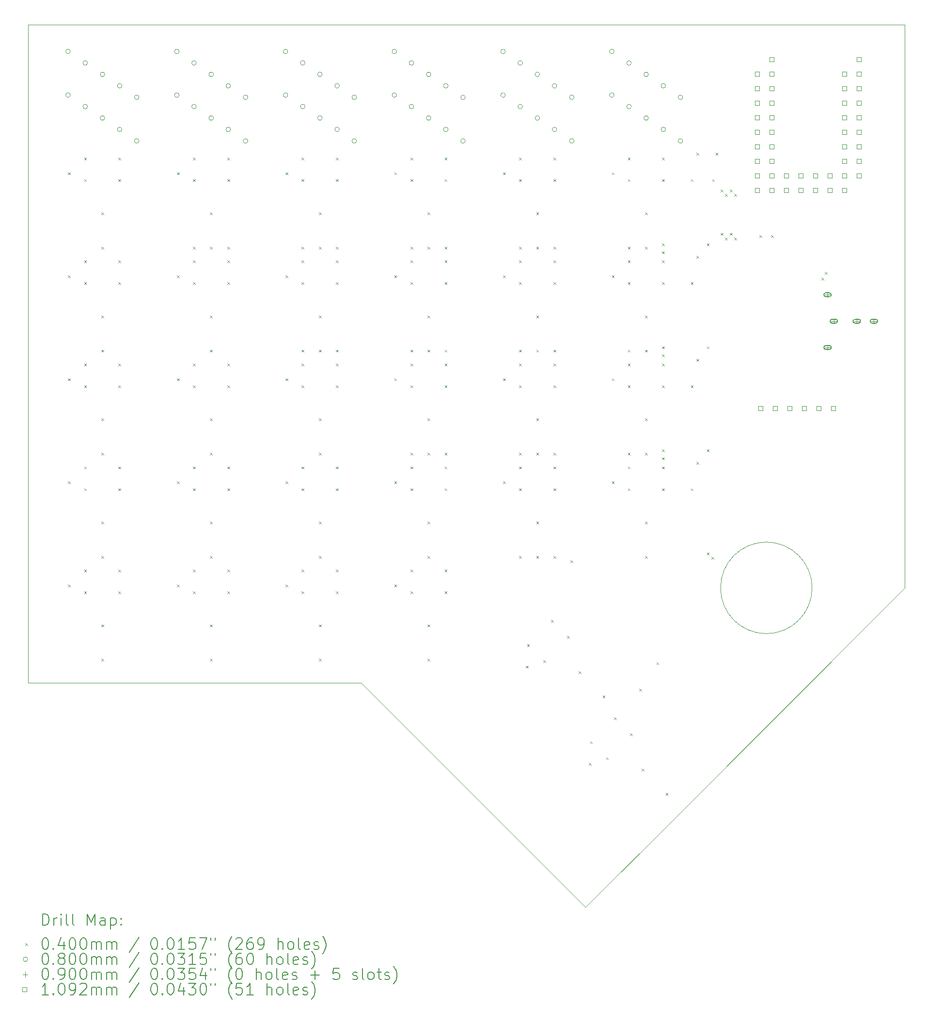
<source format=gbr>
%FSLAX45Y45*%
G04 Gerber Fmt 4.5, Leading zero omitted, Abs format (unit mm)*
G04 Created by KiCad (PCBNEW (6.0.2)) date 2022-04-13 18:46:09*
%MOMM*%
%LPD*%
G01*
G04 APERTURE LIST*
%TA.AperFunction,Profile*%
%ADD10C,0.100000*%
%TD*%
%ADD11C,0.200000*%
%ADD12C,0.040000*%
%ADD13C,0.080000*%
%ADD14C,0.090000*%
%ADD15C,0.109220*%
G04 APERTURE END LIST*
D10*
X17920000Y-8300000D02*
X17920000Y-2500000D01*
X17920000Y-8300000D02*
X17920000Y-12340000D01*
X13520000Y-16740000D02*
X12720000Y-17540000D01*
X12340000Y-17920000D02*
X8420000Y-14000000D01*
X3160000Y-14000000D02*
X2600000Y-14000000D01*
X12720000Y-17540000D02*
X12340000Y-17920000D01*
X3160000Y-14000000D02*
X8420000Y-14000000D01*
X16300000Y-12340000D02*
G75*
G03*
X16300000Y-12340000I-800000J0D01*
G01*
X13520000Y-16740000D02*
X17920000Y-12340000D01*
X2600000Y-2500000D02*
X2600000Y-14000000D01*
X2600000Y-2500000D02*
X17920000Y-2500000D01*
D11*
D12*
X3300000Y-5080000D02*
X3340000Y-5120000D01*
X3340000Y-5080000D02*
X3300000Y-5120000D01*
X3300000Y-6880000D02*
X3340000Y-6920000D01*
X3340000Y-6880000D02*
X3300000Y-6920000D01*
X3300000Y-8680000D02*
X3340000Y-8720000D01*
X3340000Y-8680000D02*
X3300000Y-8720000D01*
X3300000Y-10480000D02*
X3340000Y-10520000D01*
X3340000Y-10480000D02*
X3300000Y-10520000D01*
X3300000Y-12280000D02*
X3340000Y-12320000D01*
X3340000Y-12280000D02*
X3300000Y-12320000D01*
X3580000Y-4820000D02*
X3620000Y-4860000D01*
X3620000Y-4820000D02*
X3580000Y-4860000D01*
X3580000Y-5200000D02*
X3620000Y-5240000D01*
X3620000Y-5200000D02*
X3580000Y-5240000D01*
X3580000Y-6620000D02*
X3620000Y-6660000D01*
X3620000Y-6620000D02*
X3580000Y-6660000D01*
X3580000Y-7000000D02*
X3620000Y-7040000D01*
X3620000Y-7000000D02*
X3580000Y-7040000D01*
X3580000Y-8420000D02*
X3620000Y-8460000D01*
X3620000Y-8420000D02*
X3580000Y-8460000D01*
X3580000Y-8800000D02*
X3620000Y-8840000D01*
X3620000Y-8800000D02*
X3580000Y-8840000D01*
X3580000Y-10220000D02*
X3620000Y-10260000D01*
X3620000Y-10220000D02*
X3580000Y-10260000D01*
X3580000Y-10600000D02*
X3620000Y-10640000D01*
X3620000Y-10600000D02*
X3580000Y-10640000D01*
X3580000Y-12020000D02*
X3620000Y-12060000D01*
X3620000Y-12020000D02*
X3580000Y-12060000D01*
X3580000Y-12400000D02*
X3620000Y-12440000D01*
X3620000Y-12400000D02*
X3580000Y-12440000D01*
X3880000Y-5780000D02*
X3920000Y-5820000D01*
X3920000Y-5780000D02*
X3880000Y-5820000D01*
X3880000Y-6380000D02*
X3920000Y-6420000D01*
X3920000Y-6380000D02*
X3880000Y-6420000D01*
X3880000Y-7580000D02*
X3920000Y-7620000D01*
X3920000Y-7580000D02*
X3880000Y-7620000D01*
X3880000Y-8180000D02*
X3920000Y-8220000D01*
X3920000Y-8180000D02*
X3880000Y-8220000D01*
X3880000Y-9380000D02*
X3920000Y-9420000D01*
X3920000Y-9380000D02*
X3880000Y-9420000D01*
X3880000Y-9980000D02*
X3920000Y-10020000D01*
X3920000Y-9980000D02*
X3880000Y-10020000D01*
X3880000Y-11180000D02*
X3920000Y-11220000D01*
X3920000Y-11180000D02*
X3880000Y-11220000D01*
X3880000Y-11780000D02*
X3920000Y-11820000D01*
X3920000Y-11780000D02*
X3880000Y-11820000D01*
X3880000Y-12980000D02*
X3920000Y-13020000D01*
X3920000Y-12980000D02*
X3880000Y-13020000D01*
X3880000Y-13580000D02*
X3920000Y-13620000D01*
X3920000Y-13580000D02*
X3880000Y-13620000D01*
X4180000Y-4820000D02*
X4220000Y-4860000D01*
X4220000Y-4820000D02*
X4180000Y-4860000D01*
X4180000Y-5200000D02*
X4220000Y-5240000D01*
X4220000Y-5200000D02*
X4180000Y-5240000D01*
X4180000Y-6620000D02*
X4220000Y-6660000D01*
X4220000Y-6620000D02*
X4180000Y-6660000D01*
X4180000Y-7000000D02*
X4220000Y-7040000D01*
X4220000Y-7000000D02*
X4180000Y-7040000D01*
X4180000Y-8420000D02*
X4220000Y-8460000D01*
X4220000Y-8420000D02*
X4180000Y-8460000D01*
X4180000Y-8800000D02*
X4220000Y-8840000D01*
X4220000Y-8800000D02*
X4180000Y-8840000D01*
X4180000Y-10220000D02*
X4220000Y-10260000D01*
X4220000Y-10220000D02*
X4180000Y-10260000D01*
X4180000Y-10600000D02*
X4220000Y-10640000D01*
X4220000Y-10600000D02*
X4180000Y-10640000D01*
X4180000Y-12020000D02*
X4220000Y-12060000D01*
X4220000Y-12020000D02*
X4180000Y-12060000D01*
X4180000Y-12400000D02*
X4220000Y-12440000D01*
X4220000Y-12400000D02*
X4180000Y-12440000D01*
X5200000Y-5080000D02*
X5240000Y-5120000D01*
X5240000Y-5080000D02*
X5200000Y-5120000D01*
X5200000Y-6880000D02*
X5240000Y-6920000D01*
X5240000Y-6880000D02*
X5200000Y-6920000D01*
X5200000Y-8680000D02*
X5240000Y-8720000D01*
X5240000Y-8680000D02*
X5200000Y-8720000D01*
X5200000Y-10480000D02*
X5240000Y-10520000D01*
X5240000Y-10480000D02*
X5200000Y-10520000D01*
X5200000Y-12280000D02*
X5240000Y-12320000D01*
X5240000Y-12280000D02*
X5200000Y-12320000D01*
X5480000Y-4820000D02*
X5520000Y-4860000D01*
X5520000Y-4820000D02*
X5480000Y-4860000D01*
X5480000Y-5200000D02*
X5520000Y-5240000D01*
X5520000Y-5200000D02*
X5480000Y-5240000D01*
X5480000Y-6380000D02*
X5520000Y-6420000D01*
X5520000Y-6380000D02*
X5480000Y-6420000D01*
X5480000Y-6620000D02*
X5520000Y-6660000D01*
X5520000Y-6620000D02*
X5480000Y-6660000D01*
X5480000Y-7000000D02*
X5520000Y-7040000D01*
X5520000Y-7000000D02*
X5480000Y-7040000D01*
X5480000Y-8420000D02*
X5520000Y-8460000D01*
X5520000Y-8420000D02*
X5480000Y-8460000D01*
X5480000Y-8800000D02*
X5520000Y-8840000D01*
X5520000Y-8800000D02*
X5480000Y-8840000D01*
X5480000Y-10220000D02*
X5520000Y-10260000D01*
X5520000Y-10220000D02*
X5480000Y-10260000D01*
X5480000Y-10600000D02*
X5520000Y-10640000D01*
X5520000Y-10600000D02*
X5480000Y-10640000D01*
X5480000Y-12020000D02*
X5520000Y-12060000D01*
X5520000Y-12020000D02*
X5480000Y-12060000D01*
X5480000Y-12400000D02*
X5520000Y-12440000D01*
X5520000Y-12400000D02*
X5480000Y-12440000D01*
X5780000Y-5780000D02*
X5820000Y-5820000D01*
X5820000Y-5780000D02*
X5780000Y-5820000D01*
X5780000Y-6380000D02*
X5820000Y-6420000D01*
X5820000Y-6380000D02*
X5780000Y-6420000D01*
X5780000Y-7580000D02*
X5820000Y-7620000D01*
X5820000Y-7580000D02*
X5780000Y-7620000D01*
X5780000Y-8180000D02*
X5820000Y-8220000D01*
X5820000Y-8180000D02*
X5780000Y-8220000D01*
X5780000Y-9380000D02*
X5820000Y-9420000D01*
X5820000Y-9380000D02*
X5780000Y-9420000D01*
X5780000Y-9980000D02*
X5820000Y-10020000D01*
X5820000Y-9980000D02*
X5780000Y-10020000D01*
X5780000Y-11180000D02*
X5820000Y-11220000D01*
X5820000Y-11180000D02*
X5780000Y-11220000D01*
X5780000Y-11780000D02*
X5820000Y-11820000D01*
X5820000Y-11780000D02*
X5780000Y-11820000D01*
X5780000Y-12980000D02*
X5820000Y-13020000D01*
X5820000Y-12980000D02*
X5780000Y-13020000D01*
X5780000Y-13580000D02*
X5820000Y-13620000D01*
X5820000Y-13580000D02*
X5780000Y-13620000D01*
X6080000Y-4820000D02*
X6120000Y-4860000D01*
X6120000Y-4820000D02*
X6080000Y-4860000D01*
X6080000Y-5200000D02*
X6120000Y-5240000D01*
X6120000Y-5200000D02*
X6080000Y-5240000D01*
X6080000Y-6380000D02*
X6120000Y-6420000D01*
X6120000Y-6380000D02*
X6080000Y-6420000D01*
X6080000Y-6620000D02*
X6120000Y-6660000D01*
X6120000Y-6620000D02*
X6080000Y-6660000D01*
X6080000Y-7000000D02*
X6120000Y-7040000D01*
X6120000Y-7000000D02*
X6080000Y-7040000D01*
X6080000Y-8420000D02*
X6120000Y-8460000D01*
X6120000Y-8420000D02*
X6080000Y-8460000D01*
X6080000Y-8800000D02*
X6120000Y-8840000D01*
X6120000Y-8800000D02*
X6080000Y-8840000D01*
X6080000Y-10220000D02*
X6120000Y-10260000D01*
X6120000Y-10220000D02*
X6080000Y-10260000D01*
X6080000Y-10600000D02*
X6120000Y-10640000D01*
X6120000Y-10600000D02*
X6080000Y-10640000D01*
X6080000Y-12020000D02*
X6120000Y-12060000D01*
X6120000Y-12020000D02*
X6080000Y-12060000D01*
X6080000Y-12400000D02*
X6120000Y-12440000D01*
X6120000Y-12400000D02*
X6080000Y-12440000D01*
X7100000Y-5080000D02*
X7140000Y-5120000D01*
X7140000Y-5080000D02*
X7100000Y-5120000D01*
X7100000Y-6880000D02*
X7140000Y-6920000D01*
X7140000Y-6880000D02*
X7100000Y-6920000D01*
X7100000Y-8680000D02*
X7140000Y-8720000D01*
X7140000Y-8680000D02*
X7100000Y-8720000D01*
X7100000Y-10480000D02*
X7140000Y-10520000D01*
X7140000Y-10480000D02*
X7100000Y-10520000D01*
X7100000Y-12280000D02*
X7140000Y-12320000D01*
X7140000Y-12280000D02*
X7100000Y-12320000D01*
X7380000Y-4820000D02*
X7420000Y-4860000D01*
X7420000Y-4820000D02*
X7380000Y-4860000D01*
X7380000Y-5200000D02*
X7420000Y-5240000D01*
X7420000Y-5200000D02*
X7380000Y-5240000D01*
X7380000Y-6380000D02*
X7420000Y-6420000D01*
X7420000Y-6380000D02*
X7380000Y-6420000D01*
X7380000Y-6620000D02*
X7420000Y-6660000D01*
X7420000Y-6620000D02*
X7380000Y-6660000D01*
X7380000Y-7000000D02*
X7420000Y-7040000D01*
X7420000Y-7000000D02*
X7380000Y-7040000D01*
X7380000Y-8180000D02*
X7420000Y-8220000D01*
X7420000Y-8180000D02*
X7380000Y-8220000D01*
X7380000Y-8420000D02*
X7420000Y-8460000D01*
X7420000Y-8420000D02*
X7380000Y-8460000D01*
X7380000Y-8800000D02*
X7420000Y-8840000D01*
X7420000Y-8800000D02*
X7380000Y-8840000D01*
X7380000Y-10220000D02*
X7420000Y-10260000D01*
X7420000Y-10220000D02*
X7380000Y-10260000D01*
X7380000Y-10600000D02*
X7420000Y-10640000D01*
X7420000Y-10600000D02*
X7380000Y-10640000D01*
X7380000Y-12020000D02*
X7420000Y-12060000D01*
X7420000Y-12020000D02*
X7380000Y-12060000D01*
X7380000Y-12400000D02*
X7420000Y-12440000D01*
X7420000Y-12400000D02*
X7380000Y-12440000D01*
X7680000Y-5780000D02*
X7720000Y-5820000D01*
X7720000Y-5780000D02*
X7680000Y-5820000D01*
X7680000Y-6380000D02*
X7720000Y-6420000D01*
X7720000Y-6380000D02*
X7680000Y-6420000D01*
X7680000Y-7580000D02*
X7720000Y-7620000D01*
X7720000Y-7580000D02*
X7680000Y-7620000D01*
X7680000Y-8180000D02*
X7720000Y-8220000D01*
X7720000Y-8180000D02*
X7680000Y-8220000D01*
X7680000Y-9380000D02*
X7720000Y-9420000D01*
X7720000Y-9380000D02*
X7680000Y-9420000D01*
X7680000Y-9980000D02*
X7720000Y-10020000D01*
X7720000Y-9980000D02*
X7680000Y-10020000D01*
X7680000Y-11180000D02*
X7720000Y-11220000D01*
X7720000Y-11180000D02*
X7680000Y-11220000D01*
X7680000Y-11780000D02*
X7720000Y-11820000D01*
X7720000Y-11780000D02*
X7680000Y-11820000D01*
X7680000Y-12980000D02*
X7720000Y-13020000D01*
X7720000Y-12980000D02*
X7680000Y-13020000D01*
X7680000Y-13580000D02*
X7720000Y-13620000D01*
X7720000Y-13580000D02*
X7680000Y-13620000D01*
X7980000Y-4820000D02*
X8020000Y-4860000D01*
X8020000Y-4820000D02*
X7980000Y-4860000D01*
X7980000Y-5200000D02*
X8020000Y-5240000D01*
X8020000Y-5200000D02*
X7980000Y-5240000D01*
X7980000Y-6380000D02*
X8020000Y-6420000D01*
X8020000Y-6380000D02*
X7980000Y-6420000D01*
X7980000Y-6620000D02*
X8020000Y-6660000D01*
X8020000Y-6620000D02*
X7980000Y-6660000D01*
X7980000Y-7000000D02*
X8020000Y-7040000D01*
X8020000Y-7000000D02*
X7980000Y-7040000D01*
X7980000Y-8180000D02*
X8020000Y-8220000D01*
X8020000Y-8180000D02*
X7980000Y-8220000D01*
X7980000Y-8420000D02*
X8020000Y-8460000D01*
X8020000Y-8420000D02*
X7980000Y-8460000D01*
X7980000Y-8800000D02*
X8020000Y-8840000D01*
X8020000Y-8800000D02*
X7980000Y-8840000D01*
X7980000Y-10220000D02*
X8020000Y-10260000D01*
X8020000Y-10220000D02*
X7980000Y-10260000D01*
X7980000Y-10600000D02*
X8020000Y-10640000D01*
X8020000Y-10600000D02*
X7980000Y-10640000D01*
X7980000Y-12020000D02*
X8020000Y-12060000D01*
X8020000Y-12020000D02*
X7980000Y-12060000D01*
X7980000Y-12400000D02*
X8020000Y-12440000D01*
X8020000Y-12400000D02*
X7980000Y-12440000D01*
X9000000Y-5080000D02*
X9040000Y-5120000D01*
X9040000Y-5080000D02*
X9000000Y-5120000D01*
X9000000Y-6880000D02*
X9040000Y-6920000D01*
X9040000Y-6880000D02*
X9000000Y-6920000D01*
X9000000Y-8680000D02*
X9040000Y-8720000D01*
X9040000Y-8680000D02*
X9000000Y-8720000D01*
X9000000Y-10480000D02*
X9040000Y-10520000D01*
X9040000Y-10480000D02*
X9000000Y-10520000D01*
X9000000Y-12280000D02*
X9040000Y-12320000D01*
X9040000Y-12280000D02*
X9000000Y-12320000D01*
X9280000Y-4820000D02*
X9320000Y-4860000D01*
X9320000Y-4820000D02*
X9280000Y-4860000D01*
X9280000Y-5200000D02*
X9320000Y-5240000D01*
X9320000Y-5200000D02*
X9280000Y-5240000D01*
X9280000Y-6380000D02*
X9320000Y-6420000D01*
X9320000Y-6380000D02*
X9280000Y-6420000D01*
X9280000Y-6620000D02*
X9320000Y-6660000D01*
X9320000Y-6620000D02*
X9280000Y-6660000D01*
X9280000Y-7000000D02*
X9320000Y-7040000D01*
X9320000Y-7000000D02*
X9280000Y-7040000D01*
X9280000Y-8180000D02*
X9320000Y-8220000D01*
X9320000Y-8180000D02*
X9280000Y-8220000D01*
X9280000Y-8420000D02*
X9320000Y-8460000D01*
X9320000Y-8420000D02*
X9280000Y-8460000D01*
X9280000Y-8800000D02*
X9320000Y-8840000D01*
X9320000Y-8800000D02*
X9280000Y-8840000D01*
X9280000Y-9980000D02*
X9320000Y-10020000D01*
X9320000Y-9980000D02*
X9280000Y-10020000D01*
X9280000Y-10220000D02*
X9320000Y-10260000D01*
X9320000Y-10220000D02*
X9280000Y-10260000D01*
X9280000Y-10600000D02*
X9320000Y-10640000D01*
X9320000Y-10600000D02*
X9280000Y-10640000D01*
X9280000Y-12020000D02*
X9320000Y-12060000D01*
X9320000Y-12020000D02*
X9280000Y-12060000D01*
X9280000Y-12400000D02*
X9320000Y-12440000D01*
X9320000Y-12400000D02*
X9280000Y-12440000D01*
X9580000Y-5780000D02*
X9620000Y-5820000D01*
X9620000Y-5780000D02*
X9580000Y-5820000D01*
X9580000Y-6380000D02*
X9620000Y-6420000D01*
X9620000Y-6380000D02*
X9580000Y-6420000D01*
X9580000Y-7580000D02*
X9620000Y-7620000D01*
X9620000Y-7580000D02*
X9580000Y-7620000D01*
X9580000Y-8180000D02*
X9620000Y-8220000D01*
X9620000Y-8180000D02*
X9580000Y-8220000D01*
X9580000Y-9380000D02*
X9620000Y-9420000D01*
X9620000Y-9380000D02*
X9580000Y-9420000D01*
X9580000Y-9980000D02*
X9620000Y-10020000D01*
X9620000Y-9980000D02*
X9580000Y-10020000D01*
X9580000Y-11180000D02*
X9620000Y-11220000D01*
X9620000Y-11180000D02*
X9580000Y-11220000D01*
X9580000Y-11780000D02*
X9620000Y-11820000D01*
X9620000Y-11780000D02*
X9580000Y-11820000D01*
X9580000Y-12980000D02*
X9620000Y-13020000D01*
X9620000Y-12980000D02*
X9580000Y-13020000D01*
X9580000Y-13580000D02*
X9620000Y-13620000D01*
X9620000Y-13580000D02*
X9580000Y-13620000D01*
X9880000Y-4820000D02*
X9920000Y-4860000D01*
X9920000Y-4820000D02*
X9880000Y-4860000D01*
X9880000Y-5200000D02*
X9920000Y-5240000D01*
X9920000Y-5200000D02*
X9880000Y-5240000D01*
X9880000Y-6380000D02*
X9920000Y-6420000D01*
X9920000Y-6380000D02*
X9880000Y-6420000D01*
X9880000Y-6620000D02*
X9920000Y-6660000D01*
X9920000Y-6620000D02*
X9880000Y-6660000D01*
X9880000Y-7000000D02*
X9920000Y-7040000D01*
X9920000Y-7000000D02*
X9880000Y-7040000D01*
X9880000Y-8180000D02*
X9920000Y-8220000D01*
X9920000Y-8180000D02*
X9880000Y-8220000D01*
X9880000Y-8420000D02*
X9920000Y-8460000D01*
X9920000Y-8420000D02*
X9880000Y-8460000D01*
X9880000Y-8800000D02*
X9920000Y-8840000D01*
X9920000Y-8800000D02*
X9880000Y-8840000D01*
X9880000Y-9980000D02*
X9920000Y-10020000D01*
X9920000Y-9980000D02*
X9880000Y-10020000D01*
X9880000Y-10220000D02*
X9920000Y-10260000D01*
X9920000Y-10220000D02*
X9880000Y-10260000D01*
X9880000Y-10600000D02*
X9920000Y-10640000D01*
X9920000Y-10600000D02*
X9880000Y-10640000D01*
X9880000Y-12020000D02*
X9920000Y-12060000D01*
X9920000Y-12020000D02*
X9880000Y-12060000D01*
X9880000Y-12400000D02*
X9920000Y-12440000D01*
X9920000Y-12400000D02*
X9880000Y-12440000D01*
X10899749Y-8680000D02*
X10939749Y-8720000D01*
X10939749Y-8680000D02*
X10899749Y-8720000D01*
X10900000Y-5080000D02*
X10940000Y-5120000D01*
X10940000Y-5080000D02*
X10900000Y-5120000D01*
X10900000Y-6880000D02*
X10940000Y-6920000D01*
X10940000Y-6880000D02*
X10900000Y-6920000D01*
X10900000Y-10480000D02*
X10940000Y-10520000D01*
X10940000Y-10480000D02*
X10900000Y-10520000D01*
X11179749Y-8420000D02*
X11219749Y-8460000D01*
X11219749Y-8420000D02*
X11179749Y-8460000D01*
X11179749Y-8800000D02*
X11219749Y-8840000D01*
X11219749Y-8800000D02*
X11179749Y-8840000D01*
X11180000Y-4820000D02*
X11220000Y-4860000D01*
X11220000Y-4820000D02*
X11180000Y-4860000D01*
X11180000Y-5200000D02*
X11220000Y-5240000D01*
X11220000Y-5200000D02*
X11180000Y-5240000D01*
X11180000Y-6380000D02*
X11220000Y-6420000D01*
X11220000Y-6380000D02*
X11180000Y-6420000D01*
X11180000Y-6620000D02*
X11220000Y-6660000D01*
X11220000Y-6620000D02*
X11180000Y-6660000D01*
X11180000Y-7000000D02*
X11220000Y-7040000D01*
X11220000Y-7000000D02*
X11180000Y-7040000D01*
X11180000Y-8180000D02*
X11220000Y-8220000D01*
X11220000Y-8180000D02*
X11180000Y-8220000D01*
X11180000Y-9980000D02*
X11220000Y-10020000D01*
X11220000Y-9980000D02*
X11180000Y-10020000D01*
X11180000Y-10220000D02*
X11220000Y-10260000D01*
X11220000Y-10220000D02*
X11180000Y-10260000D01*
X11180000Y-10600000D02*
X11220000Y-10640000D01*
X11220000Y-10600000D02*
X11180000Y-10640000D01*
X11180000Y-11780000D02*
X11220000Y-11820000D01*
X11220000Y-11780000D02*
X11180000Y-11820000D01*
X11300000Y-13700000D02*
X11340000Y-13740000D01*
X11340000Y-13700000D02*
X11300000Y-13740000D01*
X11320000Y-13320000D02*
X11360000Y-13360000D01*
X11360000Y-13320000D02*
X11320000Y-13360000D01*
X11480000Y-5780000D02*
X11520000Y-5820000D01*
X11520000Y-5780000D02*
X11480000Y-5820000D01*
X11480000Y-6380000D02*
X11520000Y-6420000D01*
X11520000Y-6380000D02*
X11480000Y-6420000D01*
X11480000Y-7580000D02*
X11520000Y-7620000D01*
X11520000Y-7580000D02*
X11480000Y-7620000D01*
X11480000Y-8180000D02*
X11520000Y-8220000D01*
X11520000Y-8180000D02*
X11480000Y-8220000D01*
X11480000Y-9380000D02*
X11520000Y-9420000D01*
X11520000Y-9380000D02*
X11480000Y-9420000D01*
X11480000Y-9980000D02*
X11520000Y-10020000D01*
X11520000Y-9980000D02*
X11480000Y-10020000D01*
X11480000Y-11180000D02*
X11520000Y-11220000D01*
X11520000Y-11180000D02*
X11480000Y-11220000D01*
X11480000Y-11780000D02*
X11520000Y-11820000D01*
X11520000Y-11780000D02*
X11480000Y-11820000D01*
X11600000Y-13600000D02*
X11640000Y-13640000D01*
X11640000Y-13600000D02*
X11600000Y-13640000D01*
X11740000Y-12900000D02*
X11780000Y-12940000D01*
X11780000Y-12900000D02*
X11740000Y-12940000D01*
X11779749Y-8420000D02*
X11819749Y-8460000D01*
X11819749Y-8420000D02*
X11779749Y-8460000D01*
X11779749Y-8800000D02*
X11819749Y-8840000D01*
X11819749Y-8800000D02*
X11779749Y-8840000D01*
X11780000Y-4820000D02*
X11820000Y-4860000D01*
X11820000Y-4820000D02*
X11780000Y-4860000D01*
X11780000Y-5200000D02*
X11820000Y-5240000D01*
X11820000Y-5200000D02*
X11780000Y-5240000D01*
X11780000Y-6380000D02*
X11820000Y-6420000D01*
X11820000Y-6380000D02*
X11780000Y-6420000D01*
X11780000Y-6620000D02*
X11820000Y-6660000D01*
X11820000Y-6620000D02*
X11780000Y-6660000D01*
X11780000Y-7000000D02*
X11820000Y-7040000D01*
X11820000Y-7000000D02*
X11780000Y-7040000D01*
X11780000Y-8180000D02*
X11820000Y-8220000D01*
X11820000Y-8180000D02*
X11780000Y-8220000D01*
X11780000Y-9980000D02*
X11820000Y-10020000D01*
X11820000Y-9980000D02*
X11780000Y-10020000D01*
X11780000Y-10220000D02*
X11820000Y-10260000D01*
X11820000Y-10220000D02*
X11780000Y-10260000D01*
X11780000Y-10600000D02*
X11820000Y-10640000D01*
X11820000Y-10600000D02*
X11780000Y-10640000D01*
X11780000Y-11780000D02*
X11820000Y-11820000D01*
X11820000Y-11780000D02*
X11780000Y-11820000D01*
X12020000Y-13180000D02*
X12060000Y-13220000D01*
X12060000Y-13180000D02*
X12020000Y-13220000D01*
X12080000Y-11860000D02*
X12120000Y-11900000D01*
X12120000Y-11860000D02*
X12080000Y-11900000D01*
X12220000Y-13800000D02*
X12260000Y-13840000D01*
X12260000Y-13800000D02*
X12220000Y-13840000D01*
X12400000Y-15400000D02*
X12440000Y-15440000D01*
X12440000Y-15400000D02*
X12400000Y-15440000D01*
X12420000Y-15020000D02*
X12460000Y-15060000D01*
X12460000Y-15020000D02*
X12420000Y-15060000D01*
X12640000Y-14220000D02*
X12680000Y-14260000D01*
X12680000Y-14220000D02*
X12640000Y-14260000D01*
X12700000Y-15300000D02*
X12740000Y-15340000D01*
X12740000Y-15300000D02*
X12700000Y-15340000D01*
X12800000Y-5080000D02*
X12840000Y-5120000D01*
X12840000Y-5080000D02*
X12800000Y-5120000D01*
X12800000Y-6880000D02*
X12840000Y-6920000D01*
X12840000Y-6880000D02*
X12800000Y-6920000D01*
X12800000Y-8680000D02*
X12840000Y-8720000D01*
X12840000Y-8680000D02*
X12800000Y-8720000D01*
X12800000Y-10480000D02*
X12840000Y-10520000D01*
X12840000Y-10480000D02*
X12800000Y-10520000D01*
X12840000Y-14600000D02*
X12880000Y-14640000D01*
X12880000Y-14600000D02*
X12840000Y-14640000D01*
X13080000Y-4820000D02*
X13120000Y-4860000D01*
X13120000Y-4820000D02*
X13080000Y-4860000D01*
X13080000Y-5200000D02*
X13120000Y-5240000D01*
X13120000Y-5200000D02*
X13080000Y-5240000D01*
X13080000Y-6380000D02*
X13120000Y-6420000D01*
X13120000Y-6380000D02*
X13080000Y-6420000D01*
X13080000Y-6620000D02*
X13120000Y-6660000D01*
X13120000Y-6620000D02*
X13080000Y-6660000D01*
X13080000Y-7000000D02*
X13120000Y-7040000D01*
X13120000Y-7000000D02*
X13080000Y-7040000D01*
X13080000Y-8180000D02*
X13120000Y-8220000D01*
X13120000Y-8180000D02*
X13080000Y-8220000D01*
X13080000Y-8420000D02*
X13120000Y-8460000D01*
X13120000Y-8420000D02*
X13080000Y-8460000D01*
X13080000Y-8800000D02*
X13120000Y-8840000D01*
X13120000Y-8800000D02*
X13080000Y-8840000D01*
X13080000Y-9980000D02*
X13120000Y-10020000D01*
X13120000Y-9980000D02*
X13080000Y-10020000D01*
X13080000Y-10220000D02*
X13120000Y-10260000D01*
X13120000Y-10220000D02*
X13080000Y-10260000D01*
X13080000Y-10600000D02*
X13120000Y-10640000D01*
X13120000Y-10600000D02*
X13080000Y-10640000D01*
X13120000Y-14880000D02*
X13160000Y-14920000D01*
X13160000Y-14880000D02*
X13120000Y-14920000D01*
X13280000Y-14100000D02*
X13320000Y-14140000D01*
X13320000Y-14100000D02*
X13280000Y-14140000D01*
X13320000Y-15500000D02*
X13360000Y-15540000D01*
X13360000Y-15500000D02*
X13320000Y-15540000D01*
X13380000Y-5780000D02*
X13420000Y-5820000D01*
X13420000Y-5780000D02*
X13380000Y-5820000D01*
X13380000Y-6380000D02*
X13420000Y-6420000D01*
X13420000Y-6380000D02*
X13380000Y-6420000D01*
X13380000Y-7580000D02*
X13420000Y-7620000D01*
X13420000Y-7580000D02*
X13380000Y-7620000D01*
X13380000Y-8180000D02*
X13420000Y-8220000D01*
X13420000Y-8180000D02*
X13380000Y-8220000D01*
X13380000Y-9380000D02*
X13420000Y-9420000D01*
X13420000Y-9380000D02*
X13380000Y-9420000D01*
X13380000Y-9980000D02*
X13420000Y-10020000D01*
X13420000Y-9980000D02*
X13380000Y-10020000D01*
X13380000Y-11180000D02*
X13420000Y-11220000D01*
X13420000Y-11180000D02*
X13380000Y-11220000D01*
X13380000Y-11780000D02*
X13420000Y-11820000D01*
X13420000Y-11780000D02*
X13380000Y-11820000D01*
X13580000Y-13640000D02*
X13620000Y-13680000D01*
X13620000Y-13640000D02*
X13580000Y-13680000D01*
X13680000Y-4820000D02*
X13720000Y-4860000D01*
X13720000Y-4820000D02*
X13680000Y-4860000D01*
X13680000Y-5200000D02*
X13720000Y-5240000D01*
X13720000Y-5200000D02*
X13680000Y-5240000D01*
X13680000Y-6320000D02*
X13720000Y-6360000D01*
X13720000Y-6320000D02*
X13680000Y-6360000D01*
X13680000Y-6460000D02*
X13720000Y-6500000D01*
X13720000Y-6460000D02*
X13680000Y-6500000D01*
X13680000Y-6620000D02*
X13720000Y-6660000D01*
X13720000Y-6620000D02*
X13680000Y-6660000D01*
X13680000Y-7000000D02*
X13720000Y-7040000D01*
X13720000Y-7000000D02*
X13680000Y-7040000D01*
X13680000Y-8120000D02*
X13720000Y-8160000D01*
X13720000Y-8120000D02*
X13680000Y-8160000D01*
X13680000Y-8260000D02*
X13720000Y-8300000D01*
X13720000Y-8260000D02*
X13680000Y-8300000D01*
X13680000Y-8420000D02*
X13720000Y-8460000D01*
X13720000Y-8420000D02*
X13680000Y-8460000D01*
X13680000Y-8800000D02*
X13720000Y-8840000D01*
X13720000Y-8800000D02*
X13680000Y-8840000D01*
X13680000Y-9920000D02*
X13720000Y-9960000D01*
X13720000Y-9920000D02*
X13680000Y-9960000D01*
X13680000Y-10060000D02*
X13720000Y-10100000D01*
X13720000Y-10060000D02*
X13680000Y-10100000D01*
X13680000Y-10220000D02*
X13720000Y-10260000D01*
X13720000Y-10220000D02*
X13680000Y-10260000D01*
X13680000Y-10600000D02*
X13720000Y-10640000D01*
X13720000Y-10600000D02*
X13680000Y-10640000D01*
X13740000Y-15920000D02*
X13780000Y-15960000D01*
X13780000Y-15920000D02*
X13740000Y-15960000D01*
X14180000Y-5200000D02*
X14220000Y-5240000D01*
X14220000Y-5200000D02*
X14180000Y-5240000D01*
X14180000Y-7000000D02*
X14220000Y-7040000D01*
X14220000Y-7000000D02*
X14180000Y-7040000D01*
X14180000Y-8800000D02*
X14220000Y-8840000D01*
X14220000Y-8800000D02*
X14180000Y-8840000D01*
X14180000Y-10600000D02*
X14220000Y-10640000D01*
X14220000Y-10600000D02*
X14180000Y-10640000D01*
X14280000Y-4740000D02*
X14320000Y-4780000D01*
X14320000Y-4740000D02*
X14280000Y-4780000D01*
X14280000Y-6540000D02*
X14320000Y-6580000D01*
X14320000Y-6540000D02*
X14280000Y-6580000D01*
X14280000Y-8340000D02*
X14320000Y-8380000D01*
X14320000Y-8340000D02*
X14280000Y-8380000D01*
X14280000Y-10140000D02*
X14320000Y-10180000D01*
X14320000Y-10140000D02*
X14280000Y-10180000D01*
X14460000Y-6320000D02*
X14500000Y-6360000D01*
X14500000Y-6320000D02*
X14460000Y-6360000D01*
X14460000Y-8120000D02*
X14500000Y-8160000D01*
X14500000Y-8120000D02*
X14460000Y-8160000D01*
X14460000Y-9920000D02*
X14500000Y-9960000D01*
X14500000Y-9920000D02*
X14460000Y-9960000D01*
X14460000Y-11720000D02*
X14500000Y-11760000D01*
X14500000Y-11720000D02*
X14460000Y-11760000D01*
X14540000Y-11800000D02*
X14580000Y-11840000D01*
X14580000Y-11800000D02*
X14540000Y-11840000D01*
X14552450Y-5200000D02*
X14592450Y-5240000D01*
X14592450Y-5200000D02*
X14552450Y-5240000D01*
X14612450Y-4740000D02*
X14652450Y-4780000D01*
X14652450Y-4740000D02*
X14612450Y-4780000D01*
X14700000Y-5380000D02*
X14740000Y-5420000D01*
X14740000Y-5380000D02*
X14700000Y-5420000D01*
X14700000Y-6140000D02*
X14740000Y-6180000D01*
X14740000Y-6140000D02*
X14700000Y-6180000D01*
X14780000Y-5460000D02*
X14820000Y-5500000D01*
X14820000Y-5460000D02*
X14780000Y-5500000D01*
X14780000Y-6220000D02*
X14820000Y-6260000D01*
X14820000Y-6220000D02*
X14780000Y-6260000D01*
X14860000Y-5380000D02*
X14900000Y-5420000D01*
X14900000Y-5380000D02*
X14860000Y-5420000D01*
X14860000Y-6140000D02*
X14900000Y-6180000D01*
X14900000Y-6140000D02*
X14860000Y-6180000D01*
X14940000Y-5460000D02*
X14980000Y-5500000D01*
X14980000Y-5460000D02*
X14940000Y-5500000D01*
X14940000Y-6220000D02*
X14980000Y-6260000D01*
X14980000Y-6220000D02*
X14940000Y-6260000D01*
X15380000Y-6180000D02*
X15420000Y-6220000D01*
X15420000Y-6180000D02*
X15380000Y-6220000D01*
X15580000Y-6180000D02*
X15620000Y-6220000D01*
X15620000Y-6180000D02*
X15580000Y-6220000D01*
X16460000Y-6920000D02*
X16500000Y-6960000D01*
X16500000Y-6920000D02*
X16460000Y-6960000D01*
X16520000Y-6820000D02*
X16560000Y-6860000D01*
X16560000Y-6820000D02*
X16520000Y-6860000D01*
D13*
X3340000Y-2969000D02*
G75*
G03*
X3340000Y-2969000I-40000J0D01*
G01*
X3340000Y-3731000D02*
G75*
G03*
X3340000Y-3731000I-40000J0D01*
G01*
X3640000Y-3169000D02*
G75*
G03*
X3640000Y-3169000I-40000J0D01*
G01*
X3640000Y-3931000D02*
G75*
G03*
X3640000Y-3931000I-40000J0D01*
G01*
X3940000Y-3369000D02*
G75*
G03*
X3940000Y-3369000I-40000J0D01*
G01*
X3940000Y-4131000D02*
G75*
G03*
X3940000Y-4131000I-40000J0D01*
G01*
X4240000Y-3569000D02*
G75*
G03*
X4240000Y-3569000I-40000J0D01*
G01*
X4240000Y-4331000D02*
G75*
G03*
X4240000Y-4331000I-40000J0D01*
G01*
X4540000Y-3769000D02*
G75*
G03*
X4540000Y-3769000I-40000J0D01*
G01*
X4540000Y-4531000D02*
G75*
G03*
X4540000Y-4531000I-40000J0D01*
G01*
X5240000Y-2969000D02*
G75*
G03*
X5240000Y-2969000I-40000J0D01*
G01*
X5240000Y-3731000D02*
G75*
G03*
X5240000Y-3731000I-40000J0D01*
G01*
X5540000Y-3169000D02*
G75*
G03*
X5540000Y-3169000I-40000J0D01*
G01*
X5540000Y-3931000D02*
G75*
G03*
X5540000Y-3931000I-40000J0D01*
G01*
X5840000Y-3369000D02*
G75*
G03*
X5840000Y-3369000I-40000J0D01*
G01*
X5840000Y-4131000D02*
G75*
G03*
X5840000Y-4131000I-40000J0D01*
G01*
X6140000Y-3569000D02*
G75*
G03*
X6140000Y-3569000I-40000J0D01*
G01*
X6140000Y-4331000D02*
G75*
G03*
X6140000Y-4331000I-40000J0D01*
G01*
X6440000Y-3769000D02*
G75*
G03*
X6440000Y-3769000I-40000J0D01*
G01*
X6440000Y-4531000D02*
G75*
G03*
X6440000Y-4531000I-40000J0D01*
G01*
X7140000Y-2969000D02*
G75*
G03*
X7140000Y-2969000I-40000J0D01*
G01*
X7140000Y-3731000D02*
G75*
G03*
X7140000Y-3731000I-40000J0D01*
G01*
X7440000Y-3169000D02*
G75*
G03*
X7440000Y-3169000I-40000J0D01*
G01*
X7440000Y-3931000D02*
G75*
G03*
X7440000Y-3931000I-40000J0D01*
G01*
X7740000Y-3369000D02*
G75*
G03*
X7740000Y-3369000I-40000J0D01*
G01*
X7740000Y-4131000D02*
G75*
G03*
X7740000Y-4131000I-40000J0D01*
G01*
X8040000Y-3569000D02*
G75*
G03*
X8040000Y-3569000I-40000J0D01*
G01*
X8040000Y-4331000D02*
G75*
G03*
X8040000Y-4331000I-40000J0D01*
G01*
X8340000Y-3769000D02*
G75*
G03*
X8340000Y-3769000I-40000J0D01*
G01*
X8340000Y-4531000D02*
G75*
G03*
X8340000Y-4531000I-40000J0D01*
G01*
X9040000Y-2969000D02*
G75*
G03*
X9040000Y-2969000I-40000J0D01*
G01*
X9040000Y-3731000D02*
G75*
G03*
X9040000Y-3731000I-40000J0D01*
G01*
X9340000Y-3169000D02*
G75*
G03*
X9340000Y-3169000I-40000J0D01*
G01*
X9340000Y-3931000D02*
G75*
G03*
X9340000Y-3931000I-40000J0D01*
G01*
X9640000Y-3369000D02*
G75*
G03*
X9640000Y-3369000I-40000J0D01*
G01*
X9640000Y-4131000D02*
G75*
G03*
X9640000Y-4131000I-40000J0D01*
G01*
X9940000Y-3569000D02*
G75*
G03*
X9940000Y-3569000I-40000J0D01*
G01*
X9940000Y-4331000D02*
G75*
G03*
X9940000Y-4331000I-40000J0D01*
G01*
X10240000Y-3769000D02*
G75*
G03*
X10240000Y-3769000I-40000J0D01*
G01*
X10240000Y-4531000D02*
G75*
G03*
X10240000Y-4531000I-40000J0D01*
G01*
X10940000Y-2969000D02*
G75*
G03*
X10940000Y-2969000I-40000J0D01*
G01*
X10940000Y-3731000D02*
G75*
G03*
X10940000Y-3731000I-40000J0D01*
G01*
X11240000Y-3169000D02*
G75*
G03*
X11240000Y-3169000I-40000J0D01*
G01*
X11240000Y-3931000D02*
G75*
G03*
X11240000Y-3931000I-40000J0D01*
G01*
X11540000Y-3369000D02*
G75*
G03*
X11540000Y-3369000I-40000J0D01*
G01*
X11540000Y-4131000D02*
G75*
G03*
X11540000Y-4131000I-40000J0D01*
G01*
X11840000Y-3569000D02*
G75*
G03*
X11840000Y-3569000I-40000J0D01*
G01*
X11840000Y-4331000D02*
G75*
G03*
X11840000Y-4331000I-40000J0D01*
G01*
X12140000Y-3769000D02*
G75*
G03*
X12140000Y-3769000I-40000J0D01*
G01*
X12140000Y-4531000D02*
G75*
G03*
X12140000Y-4531000I-40000J0D01*
G01*
X12840000Y-2969000D02*
G75*
G03*
X12840000Y-2969000I-40000J0D01*
G01*
X12840000Y-3731000D02*
G75*
G03*
X12840000Y-3731000I-40000J0D01*
G01*
X13140000Y-3169000D02*
G75*
G03*
X13140000Y-3169000I-40000J0D01*
G01*
X13140000Y-3931000D02*
G75*
G03*
X13140000Y-3931000I-40000J0D01*
G01*
X13440000Y-3369000D02*
G75*
G03*
X13440000Y-3369000I-40000J0D01*
G01*
X13440000Y-4131000D02*
G75*
G03*
X13440000Y-4131000I-40000J0D01*
G01*
X13740000Y-3569000D02*
G75*
G03*
X13740000Y-3569000I-40000J0D01*
G01*
X13740000Y-4331000D02*
G75*
G03*
X13740000Y-4331000I-40000J0D01*
G01*
X14040000Y-3769000D02*
G75*
G03*
X14040000Y-3769000I-40000J0D01*
G01*
X14040000Y-4531000D02*
G75*
G03*
X14040000Y-4531000I-40000J0D01*
G01*
D14*
X16570000Y-7175000D02*
X16570000Y-7265000D01*
X16525000Y-7220000D02*
X16615000Y-7220000D01*
D11*
X16600000Y-7185000D02*
X16540000Y-7185000D01*
X16600000Y-7255000D02*
X16540000Y-7255000D01*
X16540000Y-7185000D02*
G75*
G03*
X16540000Y-7255000I0J-35000D01*
G01*
X16600000Y-7255000D02*
G75*
G03*
X16600000Y-7185000I0J35000D01*
G01*
D14*
X16570000Y-8095000D02*
X16570000Y-8185000D01*
X16525000Y-8140000D02*
X16615000Y-8140000D01*
D11*
X16600000Y-8105000D02*
X16540000Y-8105000D01*
X16600000Y-8175000D02*
X16540000Y-8175000D01*
X16540000Y-8105000D02*
G75*
G03*
X16540000Y-8175000I0J-35000D01*
G01*
X16600000Y-8175000D02*
G75*
G03*
X16600000Y-8105000I0J35000D01*
G01*
D14*
X16680000Y-7635000D02*
X16680000Y-7725000D01*
X16635000Y-7680000D02*
X16725000Y-7680000D01*
D11*
X16710000Y-7645000D02*
X16650000Y-7645000D01*
X16710000Y-7715000D02*
X16650000Y-7715000D01*
X16650000Y-7645000D02*
G75*
G03*
X16650000Y-7715000I0J-35000D01*
G01*
X16710000Y-7715000D02*
G75*
G03*
X16710000Y-7645000I0J35000D01*
G01*
D14*
X17080000Y-7635000D02*
X17080000Y-7725000D01*
X17035000Y-7680000D02*
X17125000Y-7680000D01*
D11*
X17110000Y-7645000D02*
X17050000Y-7645000D01*
X17110000Y-7715000D02*
X17050000Y-7715000D01*
X17050000Y-7645000D02*
G75*
G03*
X17050000Y-7715000I0J-35000D01*
G01*
X17110000Y-7715000D02*
G75*
G03*
X17110000Y-7645000I0J35000D01*
G01*
D14*
X17380000Y-7635000D02*
X17380000Y-7725000D01*
X17335000Y-7680000D02*
X17425000Y-7680000D01*
D11*
X17410000Y-7645000D02*
X17350000Y-7645000D01*
X17410000Y-7715000D02*
X17350000Y-7715000D01*
X17350000Y-7645000D02*
G75*
G03*
X17350000Y-7715000I0J-35000D01*
G01*
X17410000Y-7715000D02*
G75*
G03*
X17410000Y-7645000I0J35000D01*
G01*
D15*
X15376615Y-3397615D02*
X15376615Y-3320384D01*
X15299384Y-3320384D01*
X15299384Y-3397615D01*
X15376615Y-3397615D01*
X15376615Y-3651615D02*
X15376615Y-3574384D01*
X15299384Y-3574384D01*
X15299384Y-3651615D01*
X15376615Y-3651615D01*
X15376615Y-3905615D02*
X15376615Y-3828384D01*
X15299384Y-3828384D01*
X15299384Y-3905615D01*
X15376615Y-3905615D01*
X15376615Y-4159615D02*
X15376615Y-4082384D01*
X15299384Y-4082384D01*
X15299384Y-4159615D01*
X15376615Y-4159615D01*
X15376615Y-4413616D02*
X15376615Y-4336385D01*
X15299384Y-4336385D01*
X15299384Y-4413616D01*
X15376615Y-4413616D01*
X15376615Y-4667616D02*
X15376615Y-4590385D01*
X15299384Y-4590385D01*
X15299384Y-4667616D01*
X15376615Y-4667616D01*
X15376615Y-4921616D02*
X15376615Y-4844385D01*
X15299384Y-4844385D01*
X15299384Y-4921616D01*
X15376615Y-4921616D01*
X15376615Y-5175616D02*
X15376615Y-5098385D01*
X15299384Y-5098385D01*
X15299384Y-5175616D01*
X15376615Y-5175616D01*
X15376615Y-5429616D02*
X15376615Y-5352385D01*
X15299384Y-5352385D01*
X15299384Y-5429616D01*
X15376615Y-5429616D01*
X15438615Y-9238616D02*
X15438615Y-9161385D01*
X15361384Y-9161385D01*
X15361384Y-9238616D01*
X15438615Y-9238616D01*
X15630615Y-3143615D02*
X15630615Y-3066384D01*
X15553384Y-3066384D01*
X15553384Y-3143615D01*
X15630615Y-3143615D01*
X15630615Y-3397615D02*
X15630615Y-3320384D01*
X15553384Y-3320384D01*
X15553384Y-3397615D01*
X15630615Y-3397615D01*
X15630615Y-3651615D02*
X15630615Y-3574384D01*
X15553384Y-3574384D01*
X15553384Y-3651615D01*
X15630615Y-3651615D01*
X15630615Y-3905615D02*
X15630615Y-3828384D01*
X15553384Y-3828384D01*
X15553384Y-3905615D01*
X15630615Y-3905615D01*
X15630615Y-4159615D02*
X15630615Y-4082384D01*
X15553384Y-4082384D01*
X15553384Y-4159615D01*
X15630615Y-4159615D01*
X15630615Y-4413616D02*
X15630615Y-4336385D01*
X15553384Y-4336385D01*
X15553384Y-4413616D01*
X15630615Y-4413616D01*
X15630615Y-4667616D02*
X15630615Y-4590385D01*
X15553384Y-4590385D01*
X15553384Y-4667616D01*
X15630615Y-4667616D01*
X15630615Y-4921616D02*
X15630615Y-4844385D01*
X15553384Y-4844385D01*
X15553384Y-4921616D01*
X15630615Y-4921616D01*
X15630615Y-5175616D02*
X15630615Y-5098385D01*
X15553384Y-5098385D01*
X15553384Y-5175616D01*
X15630615Y-5175616D01*
X15630615Y-5429616D02*
X15630615Y-5352385D01*
X15553384Y-5352385D01*
X15553384Y-5429616D01*
X15630615Y-5429616D01*
X15692615Y-9238616D02*
X15692615Y-9161385D01*
X15615384Y-9161385D01*
X15615384Y-9238616D01*
X15692615Y-9238616D01*
X15884615Y-5175616D02*
X15884615Y-5098385D01*
X15807384Y-5098385D01*
X15807384Y-5175616D01*
X15884615Y-5175616D01*
X15884615Y-5429616D02*
X15884615Y-5352385D01*
X15807384Y-5352385D01*
X15807384Y-5429616D01*
X15884615Y-5429616D01*
X15946615Y-9238616D02*
X15946615Y-9161385D01*
X15869384Y-9161385D01*
X15869384Y-9238616D01*
X15946615Y-9238616D01*
X16138615Y-5175616D02*
X16138615Y-5098385D01*
X16061384Y-5098385D01*
X16061384Y-5175616D01*
X16138615Y-5175616D01*
X16138615Y-5429616D02*
X16138615Y-5352385D01*
X16061384Y-5352385D01*
X16061384Y-5429616D01*
X16138615Y-5429616D01*
X16200615Y-9238616D02*
X16200615Y-9161385D01*
X16123384Y-9161385D01*
X16123384Y-9238616D01*
X16200615Y-9238616D01*
X16392615Y-5175616D02*
X16392615Y-5098385D01*
X16315384Y-5098385D01*
X16315384Y-5175616D01*
X16392615Y-5175616D01*
X16392615Y-5429616D02*
X16392615Y-5352385D01*
X16315384Y-5352385D01*
X16315384Y-5429616D01*
X16392615Y-5429616D01*
X16454615Y-9238616D02*
X16454615Y-9161385D01*
X16377384Y-9161385D01*
X16377384Y-9238616D01*
X16454615Y-9238616D01*
X16646615Y-5175616D02*
X16646615Y-5098385D01*
X16569384Y-5098385D01*
X16569384Y-5175616D01*
X16646615Y-5175616D01*
X16646615Y-5429616D02*
X16646615Y-5352385D01*
X16569384Y-5352385D01*
X16569384Y-5429616D01*
X16646615Y-5429616D01*
X16708615Y-9238616D02*
X16708615Y-9161385D01*
X16631384Y-9161385D01*
X16631384Y-9238616D01*
X16708615Y-9238616D01*
X16900616Y-3397615D02*
X16900616Y-3320384D01*
X16823385Y-3320384D01*
X16823385Y-3397615D01*
X16900616Y-3397615D01*
X16900616Y-3651615D02*
X16900616Y-3574384D01*
X16823385Y-3574384D01*
X16823385Y-3651615D01*
X16900616Y-3651615D01*
X16900616Y-3905615D02*
X16900616Y-3828384D01*
X16823385Y-3828384D01*
X16823385Y-3905615D01*
X16900616Y-3905615D01*
X16900616Y-4159615D02*
X16900616Y-4082384D01*
X16823385Y-4082384D01*
X16823385Y-4159615D01*
X16900616Y-4159615D01*
X16900616Y-4413616D02*
X16900616Y-4336385D01*
X16823385Y-4336385D01*
X16823385Y-4413616D01*
X16900616Y-4413616D01*
X16900616Y-4667616D02*
X16900616Y-4590385D01*
X16823385Y-4590385D01*
X16823385Y-4667616D01*
X16900616Y-4667616D01*
X16900616Y-4921616D02*
X16900616Y-4844385D01*
X16823385Y-4844385D01*
X16823385Y-4921616D01*
X16900616Y-4921616D01*
X16900616Y-5175616D02*
X16900616Y-5098385D01*
X16823385Y-5098385D01*
X16823385Y-5175616D01*
X16900616Y-5175616D01*
X16900616Y-5429616D02*
X16900616Y-5352385D01*
X16823385Y-5352385D01*
X16823385Y-5429616D01*
X16900616Y-5429616D01*
X17154616Y-3143615D02*
X17154616Y-3066384D01*
X17077385Y-3066384D01*
X17077385Y-3143615D01*
X17154616Y-3143615D01*
X17154616Y-3397615D02*
X17154616Y-3320384D01*
X17077385Y-3320384D01*
X17077385Y-3397615D01*
X17154616Y-3397615D01*
X17154616Y-3651615D02*
X17154616Y-3574384D01*
X17077385Y-3574384D01*
X17077385Y-3651615D01*
X17154616Y-3651615D01*
X17154616Y-3905615D02*
X17154616Y-3828384D01*
X17077385Y-3828384D01*
X17077385Y-3905615D01*
X17154616Y-3905615D01*
X17154616Y-4159615D02*
X17154616Y-4082384D01*
X17077385Y-4082384D01*
X17077385Y-4159615D01*
X17154616Y-4159615D01*
X17154616Y-4413616D02*
X17154616Y-4336385D01*
X17077385Y-4336385D01*
X17077385Y-4413616D01*
X17154616Y-4413616D01*
X17154616Y-4667616D02*
X17154616Y-4590385D01*
X17077385Y-4590385D01*
X17077385Y-4667616D01*
X17154616Y-4667616D01*
X17154616Y-4921616D02*
X17154616Y-4844385D01*
X17077385Y-4844385D01*
X17077385Y-4921616D01*
X17154616Y-4921616D01*
X17154616Y-5175616D02*
X17154616Y-5098385D01*
X17077385Y-5098385D01*
X17077385Y-5175616D01*
X17154616Y-5175616D01*
D11*
X2852619Y-18235476D02*
X2852619Y-18035476D01*
X2900238Y-18035476D01*
X2928809Y-18045000D01*
X2947857Y-18064048D01*
X2957381Y-18083095D01*
X2966905Y-18121190D01*
X2966905Y-18149762D01*
X2957381Y-18187857D01*
X2947857Y-18206905D01*
X2928809Y-18225952D01*
X2900238Y-18235476D01*
X2852619Y-18235476D01*
X3052619Y-18235476D02*
X3052619Y-18102143D01*
X3052619Y-18140238D02*
X3062143Y-18121190D01*
X3071667Y-18111667D01*
X3090714Y-18102143D01*
X3109762Y-18102143D01*
X3176428Y-18235476D02*
X3176428Y-18102143D01*
X3176428Y-18035476D02*
X3166905Y-18045000D01*
X3176428Y-18054524D01*
X3185952Y-18045000D01*
X3176428Y-18035476D01*
X3176428Y-18054524D01*
X3300238Y-18235476D02*
X3281190Y-18225952D01*
X3271667Y-18206905D01*
X3271667Y-18035476D01*
X3405000Y-18235476D02*
X3385952Y-18225952D01*
X3376428Y-18206905D01*
X3376428Y-18035476D01*
X3633571Y-18235476D02*
X3633571Y-18035476D01*
X3700238Y-18178333D01*
X3766905Y-18035476D01*
X3766905Y-18235476D01*
X3947857Y-18235476D02*
X3947857Y-18130714D01*
X3938333Y-18111667D01*
X3919286Y-18102143D01*
X3881190Y-18102143D01*
X3862143Y-18111667D01*
X3947857Y-18225952D02*
X3928809Y-18235476D01*
X3881190Y-18235476D01*
X3862143Y-18225952D01*
X3852619Y-18206905D01*
X3852619Y-18187857D01*
X3862143Y-18168810D01*
X3881190Y-18159286D01*
X3928809Y-18159286D01*
X3947857Y-18149762D01*
X4043095Y-18102143D02*
X4043095Y-18302143D01*
X4043095Y-18111667D02*
X4062143Y-18102143D01*
X4100238Y-18102143D01*
X4119286Y-18111667D01*
X4128809Y-18121190D01*
X4138333Y-18140238D01*
X4138333Y-18197381D01*
X4128809Y-18216429D01*
X4119286Y-18225952D01*
X4100238Y-18235476D01*
X4062143Y-18235476D01*
X4043095Y-18225952D01*
X4224048Y-18216429D02*
X4233571Y-18225952D01*
X4224048Y-18235476D01*
X4214524Y-18225952D01*
X4224048Y-18216429D01*
X4224048Y-18235476D01*
X4224048Y-18111667D02*
X4233571Y-18121190D01*
X4224048Y-18130714D01*
X4214524Y-18121190D01*
X4224048Y-18111667D01*
X4224048Y-18130714D01*
D12*
X2555000Y-18545000D02*
X2595000Y-18585000D01*
X2595000Y-18545000D02*
X2555000Y-18585000D01*
D11*
X2890714Y-18455476D02*
X2909762Y-18455476D01*
X2928809Y-18465000D01*
X2938333Y-18474524D01*
X2947857Y-18493571D01*
X2957381Y-18531667D01*
X2957381Y-18579286D01*
X2947857Y-18617381D01*
X2938333Y-18636429D01*
X2928809Y-18645952D01*
X2909762Y-18655476D01*
X2890714Y-18655476D01*
X2871667Y-18645952D01*
X2862143Y-18636429D01*
X2852619Y-18617381D01*
X2843095Y-18579286D01*
X2843095Y-18531667D01*
X2852619Y-18493571D01*
X2862143Y-18474524D01*
X2871667Y-18465000D01*
X2890714Y-18455476D01*
X3043095Y-18636429D02*
X3052619Y-18645952D01*
X3043095Y-18655476D01*
X3033571Y-18645952D01*
X3043095Y-18636429D01*
X3043095Y-18655476D01*
X3224048Y-18522143D02*
X3224048Y-18655476D01*
X3176428Y-18445952D02*
X3128809Y-18588810D01*
X3252619Y-18588810D01*
X3366905Y-18455476D02*
X3385952Y-18455476D01*
X3405000Y-18465000D01*
X3414524Y-18474524D01*
X3424048Y-18493571D01*
X3433571Y-18531667D01*
X3433571Y-18579286D01*
X3424048Y-18617381D01*
X3414524Y-18636429D01*
X3405000Y-18645952D01*
X3385952Y-18655476D01*
X3366905Y-18655476D01*
X3347857Y-18645952D01*
X3338333Y-18636429D01*
X3328809Y-18617381D01*
X3319286Y-18579286D01*
X3319286Y-18531667D01*
X3328809Y-18493571D01*
X3338333Y-18474524D01*
X3347857Y-18465000D01*
X3366905Y-18455476D01*
X3557381Y-18455476D02*
X3576428Y-18455476D01*
X3595476Y-18465000D01*
X3605000Y-18474524D01*
X3614524Y-18493571D01*
X3624048Y-18531667D01*
X3624048Y-18579286D01*
X3614524Y-18617381D01*
X3605000Y-18636429D01*
X3595476Y-18645952D01*
X3576428Y-18655476D01*
X3557381Y-18655476D01*
X3538333Y-18645952D01*
X3528809Y-18636429D01*
X3519286Y-18617381D01*
X3509762Y-18579286D01*
X3509762Y-18531667D01*
X3519286Y-18493571D01*
X3528809Y-18474524D01*
X3538333Y-18465000D01*
X3557381Y-18455476D01*
X3709762Y-18655476D02*
X3709762Y-18522143D01*
X3709762Y-18541190D02*
X3719286Y-18531667D01*
X3738333Y-18522143D01*
X3766905Y-18522143D01*
X3785952Y-18531667D01*
X3795476Y-18550714D01*
X3795476Y-18655476D01*
X3795476Y-18550714D02*
X3805000Y-18531667D01*
X3824048Y-18522143D01*
X3852619Y-18522143D01*
X3871667Y-18531667D01*
X3881190Y-18550714D01*
X3881190Y-18655476D01*
X3976428Y-18655476D02*
X3976428Y-18522143D01*
X3976428Y-18541190D02*
X3985952Y-18531667D01*
X4005000Y-18522143D01*
X4033571Y-18522143D01*
X4052619Y-18531667D01*
X4062143Y-18550714D01*
X4062143Y-18655476D01*
X4062143Y-18550714D02*
X4071667Y-18531667D01*
X4090714Y-18522143D01*
X4119286Y-18522143D01*
X4138333Y-18531667D01*
X4147857Y-18550714D01*
X4147857Y-18655476D01*
X4538333Y-18445952D02*
X4366905Y-18703095D01*
X4795476Y-18455476D02*
X4814524Y-18455476D01*
X4833571Y-18465000D01*
X4843095Y-18474524D01*
X4852619Y-18493571D01*
X4862143Y-18531667D01*
X4862143Y-18579286D01*
X4852619Y-18617381D01*
X4843095Y-18636429D01*
X4833571Y-18645952D01*
X4814524Y-18655476D01*
X4795476Y-18655476D01*
X4776429Y-18645952D01*
X4766905Y-18636429D01*
X4757381Y-18617381D01*
X4747857Y-18579286D01*
X4747857Y-18531667D01*
X4757381Y-18493571D01*
X4766905Y-18474524D01*
X4776429Y-18465000D01*
X4795476Y-18455476D01*
X4947857Y-18636429D02*
X4957381Y-18645952D01*
X4947857Y-18655476D01*
X4938333Y-18645952D01*
X4947857Y-18636429D01*
X4947857Y-18655476D01*
X5081190Y-18455476D02*
X5100238Y-18455476D01*
X5119286Y-18465000D01*
X5128810Y-18474524D01*
X5138333Y-18493571D01*
X5147857Y-18531667D01*
X5147857Y-18579286D01*
X5138333Y-18617381D01*
X5128810Y-18636429D01*
X5119286Y-18645952D01*
X5100238Y-18655476D01*
X5081190Y-18655476D01*
X5062143Y-18645952D01*
X5052619Y-18636429D01*
X5043095Y-18617381D01*
X5033571Y-18579286D01*
X5033571Y-18531667D01*
X5043095Y-18493571D01*
X5052619Y-18474524D01*
X5062143Y-18465000D01*
X5081190Y-18455476D01*
X5338333Y-18655476D02*
X5224048Y-18655476D01*
X5281190Y-18655476D02*
X5281190Y-18455476D01*
X5262143Y-18484048D01*
X5243095Y-18503095D01*
X5224048Y-18512619D01*
X5519286Y-18455476D02*
X5424048Y-18455476D01*
X5414524Y-18550714D01*
X5424048Y-18541190D01*
X5443095Y-18531667D01*
X5490714Y-18531667D01*
X5509762Y-18541190D01*
X5519286Y-18550714D01*
X5528810Y-18569762D01*
X5528810Y-18617381D01*
X5519286Y-18636429D01*
X5509762Y-18645952D01*
X5490714Y-18655476D01*
X5443095Y-18655476D01*
X5424048Y-18645952D01*
X5414524Y-18636429D01*
X5595476Y-18455476D02*
X5728809Y-18455476D01*
X5643095Y-18655476D01*
X5795476Y-18455476D02*
X5795476Y-18493571D01*
X5871667Y-18455476D02*
X5871667Y-18493571D01*
X6166905Y-18731667D02*
X6157381Y-18722143D01*
X6138333Y-18693571D01*
X6128809Y-18674524D01*
X6119286Y-18645952D01*
X6109762Y-18598333D01*
X6109762Y-18560238D01*
X6119286Y-18512619D01*
X6128809Y-18484048D01*
X6138333Y-18465000D01*
X6157381Y-18436429D01*
X6166905Y-18426905D01*
X6233571Y-18474524D02*
X6243095Y-18465000D01*
X6262143Y-18455476D01*
X6309762Y-18455476D01*
X6328809Y-18465000D01*
X6338333Y-18474524D01*
X6347857Y-18493571D01*
X6347857Y-18512619D01*
X6338333Y-18541190D01*
X6224048Y-18655476D01*
X6347857Y-18655476D01*
X6519286Y-18455476D02*
X6481190Y-18455476D01*
X6462143Y-18465000D01*
X6452619Y-18474524D01*
X6433571Y-18503095D01*
X6424048Y-18541190D01*
X6424048Y-18617381D01*
X6433571Y-18636429D01*
X6443095Y-18645952D01*
X6462143Y-18655476D01*
X6500238Y-18655476D01*
X6519286Y-18645952D01*
X6528809Y-18636429D01*
X6538333Y-18617381D01*
X6538333Y-18569762D01*
X6528809Y-18550714D01*
X6519286Y-18541190D01*
X6500238Y-18531667D01*
X6462143Y-18531667D01*
X6443095Y-18541190D01*
X6433571Y-18550714D01*
X6424048Y-18569762D01*
X6633571Y-18655476D02*
X6671667Y-18655476D01*
X6690714Y-18645952D01*
X6700238Y-18636429D01*
X6719286Y-18607857D01*
X6728809Y-18569762D01*
X6728809Y-18493571D01*
X6719286Y-18474524D01*
X6709762Y-18465000D01*
X6690714Y-18455476D01*
X6652619Y-18455476D01*
X6633571Y-18465000D01*
X6624048Y-18474524D01*
X6614524Y-18493571D01*
X6614524Y-18541190D01*
X6624048Y-18560238D01*
X6633571Y-18569762D01*
X6652619Y-18579286D01*
X6690714Y-18579286D01*
X6709762Y-18569762D01*
X6719286Y-18560238D01*
X6728809Y-18541190D01*
X6966905Y-18655476D02*
X6966905Y-18455476D01*
X7052619Y-18655476D02*
X7052619Y-18550714D01*
X7043095Y-18531667D01*
X7024048Y-18522143D01*
X6995476Y-18522143D01*
X6976428Y-18531667D01*
X6966905Y-18541190D01*
X7176428Y-18655476D02*
X7157381Y-18645952D01*
X7147857Y-18636429D01*
X7138333Y-18617381D01*
X7138333Y-18560238D01*
X7147857Y-18541190D01*
X7157381Y-18531667D01*
X7176428Y-18522143D01*
X7205000Y-18522143D01*
X7224048Y-18531667D01*
X7233571Y-18541190D01*
X7243095Y-18560238D01*
X7243095Y-18617381D01*
X7233571Y-18636429D01*
X7224048Y-18645952D01*
X7205000Y-18655476D01*
X7176428Y-18655476D01*
X7357381Y-18655476D02*
X7338333Y-18645952D01*
X7328809Y-18626905D01*
X7328809Y-18455476D01*
X7509762Y-18645952D02*
X7490714Y-18655476D01*
X7452619Y-18655476D01*
X7433571Y-18645952D01*
X7424048Y-18626905D01*
X7424048Y-18550714D01*
X7433571Y-18531667D01*
X7452619Y-18522143D01*
X7490714Y-18522143D01*
X7509762Y-18531667D01*
X7519286Y-18550714D01*
X7519286Y-18569762D01*
X7424048Y-18588810D01*
X7595476Y-18645952D02*
X7614524Y-18655476D01*
X7652619Y-18655476D01*
X7671667Y-18645952D01*
X7681190Y-18626905D01*
X7681190Y-18617381D01*
X7671667Y-18598333D01*
X7652619Y-18588810D01*
X7624048Y-18588810D01*
X7605000Y-18579286D01*
X7595476Y-18560238D01*
X7595476Y-18550714D01*
X7605000Y-18531667D01*
X7624048Y-18522143D01*
X7652619Y-18522143D01*
X7671667Y-18531667D01*
X7747857Y-18731667D02*
X7757381Y-18722143D01*
X7776428Y-18693571D01*
X7785952Y-18674524D01*
X7795476Y-18645952D01*
X7805000Y-18598333D01*
X7805000Y-18560238D01*
X7795476Y-18512619D01*
X7785952Y-18484048D01*
X7776428Y-18465000D01*
X7757381Y-18436429D01*
X7747857Y-18426905D01*
D13*
X2595000Y-18829000D02*
G75*
G03*
X2595000Y-18829000I-40000J0D01*
G01*
D11*
X2890714Y-18719476D02*
X2909762Y-18719476D01*
X2928809Y-18729000D01*
X2938333Y-18738524D01*
X2947857Y-18757571D01*
X2957381Y-18795667D01*
X2957381Y-18843286D01*
X2947857Y-18881381D01*
X2938333Y-18900429D01*
X2928809Y-18909952D01*
X2909762Y-18919476D01*
X2890714Y-18919476D01*
X2871667Y-18909952D01*
X2862143Y-18900429D01*
X2852619Y-18881381D01*
X2843095Y-18843286D01*
X2843095Y-18795667D01*
X2852619Y-18757571D01*
X2862143Y-18738524D01*
X2871667Y-18729000D01*
X2890714Y-18719476D01*
X3043095Y-18900429D02*
X3052619Y-18909952D01*
X3043095Y-18919476D01*
X3033571Y-18909952D01*
X3043095Y-18900429D01*
X3043095Y-18919476D01*
X3166905Y-18805190D02*
X3147857Y-18795667D01*
X3138333Y-18786143D01*
X3128809Y-18767095D01*
X3128809Y-18757571D01*
X3138333Y-18738524D01*
X3147857Y-18729000D01*
X3166905Y-18719476D01*
X3205000Y-18719476D01*
X3224048Y-18729000D01*
X3233571Y-18738524D01*
X3243095Y-18757571D01*
X3243095Y-18767095D01*
X3233571Y-18786143D01*
X3224048Y-18795667D01*
X3205000Y-18805190D01*
X3166905Y-18805190D01*
X3147857Y-18814714D01*
X3138333Y-18824238D01*
X3128809Y-18843286D01*
X3128809Y-18881381D01*
X3138333Y-18900429D01*
X3147857Y-18909952D01*
X3166905Y-18919476D01*
X3205000Y-18919476D01*
X3224048Y-18909952D01*
X3233571Y-18900429D01*
X3243095Y-18881381D01*
X3243095Y-18843286D01*
X3233571Y-18824238D01*
X3224048Y-18814714D01*
X3205000Y-18805190D01*
X3366905Y-18719476D02*
X3385952Y-18719476D01*
X3405000Y-18729000D01*
X3414524Y-18738524D01*
X3424048Y-18757571D01*
X3433571Y-18795667D01*
X3433571Y-18843286D01*
X3424048Y-18881381D01*
X3414524Y-18900429D01*
X3405000Y-18909952D01*
X3385952Y-18919476D01*
X3366905Y-18919476D01*
X3347857Y-18909952D01*
X3338333Y-18900429D01*
X3328809Y-18881381D01*
X3319286Y-18843286D01*
X3319286Y-18795667D01*
X3328809Y-18757571D01*
X3338333Y-18738524D01*
X3347857Y-18729000D01*
X3366905Y-18719476D01*
X3557381Y-18719476D02*
X3576428Y-18719476D01*
X3595476Y-18729000D01*
X3605000Y-18738524D01*
X3614524Y-18757571D01*
X3624048Y-18795667D01*
X3624048Y-18843286D01*
X3614524Y-18881381D01*
X3605000Y-18900429D01*
X3595476Y-18909952D01*
X3576428Y-18919476D01*
X3557381Y-18919476D01*
X3538333Y-18909952D01*
X3528809Y-18900429D01*
X3519286Y-18881381D01*
X3509762Y-18843286D01*
X3509762Y-18795667D01*
X3519286Y-18757571D01*
X3528809Y-18738524D01*
X3538333Y-18729000D01*
X3557381Y-18719476D01*
X3709762Y-18919476D02*
X3709762Y-18786143D01*
X3709762Y-18805190D02*
X3719286Y-18795667D01*
X3738333Y-18786143D01*
X3766905Y-18786143D01*
X3785952Y-18795667D01*
X3795476Y-18814714D01*
X3795476Y-18919476D01*
X3795476Y-18814714D02*
X3805000Y-18795667D01*
X3824048Y-18786143D01*
X3852619Y-18786143D01*
X3871667Y-18795667D01*
X3881190Y-18814714D01*
X3881190Y-18919476D01*
X3976428Y-18919476D02*
X3976428Y-18786143D01*
X3976428Y-18805190D02*
X3985952Y-18795667D01*
X4005000Y-18786143D01*
X4033571Y-18786143D01*
X4052619Y-18795667D01*
X4062143Y-18814714D01*
X4062143Y-18919476D01*
X4062143Y-18814714D02*
X4071667Y-18795667D01*
X4090714Y-18786143D01*
X4119286Y-18786143D01*
X4138333Y-18795667D01*
X4147857Y-18814714D01*
X4147857Y-18919476D01*
X4538333Y-18709952D02*
X4366905Y-18967095D01*
X4795476Y-18719476D02*
X4814524Y-18719476D01*
X4833571Y-18729000D01*
X4843095Y-18738524D01*
X4852619Y-18757571D01*
X4862143Y-18795667D01*
X4862143Y-18843286D01*
X4852619Y-18881381D01*
X4843095Y-18900429D01*
X4833571Y-18909952D01*
X4814524Y-18919476D01*
X4795476Y-18919476D01*
X4776429Y-18909952D01*
X4766905Y-18900429D01*
X4757381Y-18881381D01*
X4747857Y-18843286D01*
X4747857Y-18795667D01*
X4757381Y-18757571D01*
X4766905Y-18738524D01*
X4776429Y-18729000D01*
X4795476Y-18719476D01*
X4947857Y-18900429D02*
X4957381Y-18909952D01*
X4947857Y-18919476D01*
X4938333Y-18909952D01*
X4947857Y-18900429D01*
X4947857Y-18919476D01*
X5081190Y-18719476D02*
X5100238Y-18719476D01*
X5119286Y-18729000D01*
X5128810Y-18738524D01*
X5138333Y-18757571D01*
X5147857Y-18795667D01*
X5147857Y-18843286D01*
X5138333Y-18881381D01*
X5128810Y-18900429D01*
X5119286Y-18909952D01*
X5100238Y-18919476D01*
X5081190Y-18919476D01*
X5062143Y-18909952D01*
X5052619Y-18900429D01*
X5043095Y-18881381D01*
X5033571Y-18843286D01*
X5033571Y-18795667D01*
X5043095Y-18757571D01*
X5052619Y-18738524D01*
X5062143Y-18729000D01*
X5081190Y-18719476D01*
X5214524Y-18719476D02*
X5338333Y-18719476D01*
X5271667Y-18795667D01*
X5300238Y-18795667D01*
X5319286Y-18805190D01*
X5328810Y-18814714D01*
X5338333Y-18833762D01*
X5338333Y-18881381D01*
X5328810Y-18900429D01*
X5319286Y-18909952D01*
X5300238Y-18919476D01*
X5243095Y-18919476D01*
X5224048Y-18909952D01*
X5214524Y-18900429D01*
X5528810Y-18919476D02*
X5414524Y-18919476D01*
X5471667Y-18919476D02*
X5471667Y-18719476D01*
X5452619Y-18748048D01*
X5433571Y-18767095D01*
X5414524Y-18776619D01*
X5709762Y-18719476D02*
X5614524Y-18719476D01*
X5605000Y-18814714D01*
X5614524Y-18805190D01*
X5633571Y-18795667D01*
X5681190Y-18795667D01*
X5700238Y-18805190D01*
X5709762Y-18814714D01*
X5719286Y-18833762D01*
X5719286Y-18881381D01*
X5709762Y-18900429D01*
X5700238Y-18909952D01*
X5681190Y-18919476D01*
X5633571Y-18919476D01*
X5614524Y-18909952D01*
X5605000Y-18900429D01*
X5795476Y-18719476D02*
X5795476Y-18757571D01*
X5871667Y-18719476D02*
X5871667Y-18757571D01*
X6166905Y-18995667D02*
X6157381Y-18986143D01*
X6138333Y-18957571D01*
X6128809Y-18938524D01*
X6119286Y-18909952D01*
X6109762Y-18862333D01*
X6109762Y-18824238D01*
X6119286Y-18776619D01*
X6128809Y-18748048D01*
X6138333Y-18729000D01*
X6157381Y-18700429D01*
X6166905Y-18690905D01*
X6328809Y-18719476D02*
X6290714Y-18719476D01*
X6271667Y-18729000D01*
X6262143Y-18738524D01*
X6243095Y-18767095D01*
X6233571Y-18805190D01*
X6233571Y-18881381D01*
X6243095Y-18900429D01*
X6252619Y-18909952D01*
X6271667Y-18919476D01*
X6309762Y-18919476D01*
X6328809Y-18909952D01*
X6338333Y-18900429D01*
X6347857Y-18881381D01*
X6347857Y-18833762D01*
X6338333Y-18814714D01*
X6328809Y-18805190D01*
X6309762Y-18795667D01*
X6271667Y-18795667D01*
X6252619Y-18805190D01*
X6243095Y-18814714D01*
X6233571Y-18833762D01*
X6471667Y-18719476D02*
X6490714Y-18719476D01*
X6509762Y-18729000D01*
X6519286Y-18738524D01*
X6528809Y-18757571D01*
X6538333Y-18795667D01*
X6538333Y-18843286D01*
X6528809Y-18881381D01*
X6519286Y-18900429D01*
X6509762Y-18909952D01*
X6490714Y-18919476D01*
X6471667Y-18919476D01*
X6452619Y-18909952D01*
X6443095Y-18900429D01*
X6433571Y-18881381D01*
X6424048Y-18843286D01*
X6424048Y-18795667D01*
X6433571Y-18757571D01*
X6443095Y-18738524D01*
X6452619Y-18729000D01*
X6471667Y-18719476D01*
X6776428Y-18919476D02*
X6776428Y-18719476D01*
X6862143Y-18919476D02*
X6862143Y-18814714D01*
X6852619Y-18795667D01*
X6833571Y-18786143D01*
X6805000Y-18786143D01*
X6785952Y-18795667D01*
X6776428Y-18805190D01*
X6985952Y-18919476D02*
X6966905Y-18909952D01*
X6957381Y-18900429D01*
X6947857Y-18881381D01*
X6947857Y-18824238D01*
X6957381Y-18805190D01*
X6966905Y-18795667D01*
X6985952Y-18786143D01*
X7014524Y-18786143D01*
X7033571Y-18795667D01*
X7043095Y-18805190D01*
X7052619Y-18824238D01*
X7052619Y-18881381D01*
X7043095Y-18900429D01*
X7033571Y-18909952D01*
X7014524Y-18919476D01*
X6985952Y-18919476D01*
X7166905Y-18919476D02*
X7147857Y-18909952D01*
X7138333Y-18890905D01*
X7138333Y-18719476D01*
X7319286Y-18909952D02*
X7300238Y-18919476D01*
X7262143Y-18919476D01*
X7243095Y-18909952D01*
X7233571Y-18890905D01*
X7233571Y-18814714D01*
X7243095Y-18795667D01*
X7262143Y-18786143D01*
X7300238Y-18786143D01*
X7319286Y-18795667D01*
X7328809Y-18814714D01*
X7328809Y-18833762D01*
X7233571Y-18852810D01*
X7405000Y-18909952D02*
X7424048Y-18919476D01*
X7462143Y-18919476D01*
X7481190Y-18909952D01*
X7490714Y-18890905D01*
X7490714Y-18881381D01*
X7481190Y-18862333D01*
X7462143Y-18852810D01*
X7433571Y-18852810D01*
X7414524Y-18843286D01*
X7405000Y-18824238D01*
X7405000Y-18814714D01*
X7414524Y-18795667D01*
X7433571Y-18786143D01*
X7462143Y-18786143D01*
X7481190Y-18795667D01*
X7557381Y-18995667D02*
X7566905Y-18986143D01*
X7585952Y-18957571D01*
X7595476Y-18938524D01*
X7605000Y-18909952D01*
X7614524Y-18862333D01*
X7614524Y-18824238D01*
X7605000Y-18776619D01*
X7595476Y-18748048D01*
X7585952Y-18729000D01*
X7566905Y-18700429D01*
X7557381Y-18690905D01*
D14*
X2550000Y-19048000D02*
X2550000Y-19138000D01*
X2505000Y-19093000D02*
X2595000Y-19093000D01*
D11*
X2890714Y-18983476D02*
X2909762Y-18983476D01*
X2928809Y-18993000D01*
X2938333Y-19002524D01*
X2947857Y-19021571D01*
X2957381Y-19059667D01*
X2957381Y-19107286D01*
X2947857Y-19145381D01*
X2938333Y-19164429D01*
X2928809Y-19173952D01*
X2909762Y-19183476D01*
X2890714Y-19183476D01*
X2871667Y-19173952D01*
X2862143Y-19164429D01*
X2852619Y-19145381D01*
X2843095Y-19107286D01*
X2843095Y-19059667D01*
X2852619Y-19021571D01*
X2862143Y-19002524D01*
X2871667Y-18993000D01*
X2890714Y-18983476D01*
X3043095Y-19164429D02*
X3052619Y-19173952D01*
X3043095Y-19183476D01*
X3033571Y-19173952D01*
X3043095Y-19164429D01*
X3043095Y-19183476D01*
X3147857Y-19183476D02*
X3185952Y-19183476D01*
X3205000Y-19173952D01*
X3214524Y-19164429D01*
X3233571Y-19135857D01*
X3243095Y-19097762D01*
X3243095Y-19021571D01*
X3233571Y-19002524D01*
X3224048Y-18993000D01*
X3205000Y-18983476D01*
X3166905Y-18983476D01*
X3147857Y-18993000D01*
X3138333Y-19002524D01*
X3128809Y-19021571D01*
X3128809Y-19069190D01*
X3138333Y-19088238D01*
X3147857Y-19097762D01*
X3166905Y-19107286D01*
X3205000Y-19107286D01*
X3224048Y-19097762D01*
X3233571Y-19088238D01*
X3243095Y-19069190D01*
X3366905Y-18983476D02*
X3385952Y-18983476D01*
X3405000Y-18993000D01*
X3414524Y-19002524D01*
X3424048Y-19021571D01*
X3433571Y-19059667D01*
X3433571Y-19107286D01*
X3424048Y-19145381D01*
X3414524Y-19164429D01*
X3405000Y-19173952D01*
X3385952Y-19183476D01*
X3366905Y-19183476D01*
X3347857Y-19173952D01*
X3338333Y-19164429D01*
X3328809Y-19145381D01*
X3319286Y-19107286D01*
X3319286Y-19059667D01*
X3328809Y-19021571D01*
X3338333Y-19002524D01*
X3347857Y-18993000D01*
X3366905Y-18983476D01*
X3557381Y-18983476D02*
X3576428Y-18983476D01*
X3595476Y-18993000D01*
X3605000Y-19002524D01*
X3614524Y-19021571D01*
X3624048Y-19059667D01*
X3624048Y-19107286D01*
X3614524Y-19145381D01*
X3605000Y-19164429D01*
X3595476Y-19173952D01*
X3576428Y-19183476D01*
X3557381Y-19183476D01*
X3538333Y-19173952D01*
X3528809Y-19164429D01*
X3519286Y-19145381D01*
X3509762Y-19107286D01*
X3509762Y-19059667D01*
X3519286Y-19021571D01*
X3528809Y-19002524D01*
X3538333Y-18993000D01*
X3557381Y-18983476D01*
X3709762Y-19183476D02*
X3709762Y-19050143D01*
X3709762Y-19069190D02*
X3719286Y-19059667D01*
X3738333Y-19050143D01*
X3766905Y-19050143D01*
X3785952Y-19059667D01*
X3795476Y-19078714D01*
X3795476Y-19183476D01*
X3795476Y-19078714D02*
X3805000Y-19059667D01*
X3824048Y-19050143D01*
X3852619Y-19050143D01*
X3871667Y-19059667D01*
X3881190Y-19078714D01*
X3881190Y-19183476D01*
X3976428Y-19183476D02*
X3976428Y-19050143D01*
X3976428Y-19069190D02*
X3985952Y-19059667D01*
X4005000Y-19050143D01*
X4033571Y-19050143D01*
X4052619Y-19059667D01*
X4062143Y-19078714D01*
X4062143Y-19183476D01*
X4062143Y-19078714D02*
X4071667Y-19059667D01*
X4090714Y-19050143D01*
X4119286Y-19050143D01*
X4138333Y-19059667D01*
X4147857Y-19078714D01*
X4147857Y-19183476D01*
X4538333Y-18973952D02*
X4366905Y-19231095D01*
X4795476Y-18983476D02*
X4814524Y-18983476D01*
X4833571Y-18993000D01*
X4843095Y-19002524D01*
X4852619Y-19021571D01*
X4862143Y-19059667D01*
X4862143Y-19107286D01*
X4852619Y-19145381D01*
X4843095Y-19164429D01*
X4833571Y-19173952D01*
X4814524Y-19183476D01*
X4795476Y-19183476D01*
X4776429Y-19173952D01*
X4766905Y-19164429D01*
X4757381Y-19145381D01*
X4747857Y-19107286D01*
X4747857Y-19059667D01*
X4757381Y-19021571D01*
X4766905Y-19002524D01*
X4776429Y-18993000D01*
X4795476Y-18983476D01*
X4947857Y-19164429D02*
X4957381Y-19173952D01*
X4947857Y-19183476D01*
X4938333Y-19173952D01*
X4947857Y-19164429D01*
X4947857Y-19183476D01*
X5081190Y-18983476D02*
X5100238Y-18983476D01*
X5119286Y-18993000D01*
X5128810Y-19002524D01*
X5138333Y-19021571D01*
X5147857Y-19059667D01*
X5147857Y-19107286D01*
X5138333Y-19145381D01*
X5128810Y-19164429D01*
X5119286Y-19173952D01*
X5100238Y-19183476D01*
X5081190Y-19183476D01*
X5062143Y-19173952D01*
X5052619Y-19164429D01*
X5043095Y-19145381D01*
X5033571Y-19107286D01*
X5033571Y-19059667D01*
X5043095Y-19021571D01*
X5052619Y-19002524D01*
X5062143Y-18993000D01*
X5081190Y-18983476D01*
X5214524Y-18983476D02*
X5338333Y-18983476D01*
X5271667Y-19059667D01*
X5300238Y-19059667D01*
X5319286Y-19069190D01*
X5328810Y-19078714D01*
X5338333Y-19097762D01*
X5338333Y-19145381D01*
X5328810Y-19164429D01*
X5319286Y-19173952D01*
X5300238Y-19183476D01*
X5243095Y-19183476D01*
X5224048Y-19173952D01*
X5214524Y-19164429D01*
X5519286Y-18983476D02*
X5424048Y-18983476D01*
X5414524Y-19078714D01*
X5424048Y-19069190D01*
X5443095Y-19059667D01*
X5490714Y-19059667D01*
X5509762Y-19069190D01*
X5519286Y-19078714D01*
X5528810Y-19097762D01*
X5528810Y-19145381D01*
X5519286Y-19164429D01*
X5509762Y-19173952D01*
X5490714Y-19183476D01*
X5443095Y-19183476D01*
X5424048Y-19173952D01*
X5414524Y-19164429D01*
X5700238Y-19050143D02*
X5700238Y-19183476D01*
X5652619Y-18973952D02*
X5605000Y-19116810D01*
X5728809Y-19116810D01*
X5795476Y-18983476D02*
X5795476Y-19021571D01*
X5871667Y-18983476D02*
X5871667Y-19021571D01*
X6166905Y-19259667D02*
X6157381Y-19250143D01*
X6138333Y-19221571D01*
X6128809Y-19202524D01*
X6119286Y-19173952D01*
X6109762Y-19126333D01*
X6109762Y-19088238D01*
X6119286Y-19040619D01*
X6128809Y-19012048D01*
X6138333Y-18993000D01*
X6157381Y-18964429D01*
X6166905Y-18954905D01*
X6281190Y-18983476D02*
X6300238Y-18983476D01*
X6319286Y-18993000D01*
X6328809Y-19002524D01*
X6338333Y-19021571D01*
X6347857Y-19059667D01*
X6347857Y-19107286D01*
X6338333Y-19145381D01*
X6328809Y-19164429D01*
X6319286Y-19173952D01*
X6300238Y-19183476D01*
X6281190Y-19183476D01*
X6262143Y-19173952D01*
X6252619Y-19164429D01*
X6243095Y-19145381D01*
X6233571Y-19107286D01*
X6233571Y-19059667D01*
X6243095Y-19021571D01*
X6252619Y-19002524D01*
X6262143Y-18993000D01*
X6281190Y-18983476D01*
X6585952Y-19183476D02*
X6585952Y-18983476D01*
X6671667Y-19183476D02*
X6671667Y-19078714D01*
X6662143Y-19059667D01*
X6643095Y-19050143D01*
X6614524Y-19050143D01*
X6595476Y-19059667D01*
X6585952Y-19069190D01*
X6795476Y-19183476D02*
X6776428Y-19173952D01*
X6766905Y-19164429D01*
X6757381Y-19145381D01*
X6757381Y-19088238D01*
X6766905Y-19069190D01*
X6776428Y-19059667D01*
X6795476Y-19050143D01*
X6824048Y-19050143D01*
X6843095Y-19059667D01*
X6852619Y-19069190D01*
X6862143Y-19088238D01*
X6862143Y-19145381D01*
X6852619Y-19164429D01*
X6843095Y-19173952D01*
X6824048Y-19183476D01*
X6795476Y-19183476D01*
X6976428Y-19183476D02*
X6957381Y-19173952D01*
X6947857Y-19154905D01*
X6947857Y-18983476D01*
X7128809Y-19173952D02*
X7109762Y-19183476D01*
X7071667Y-19183476D01*
X7052619Y-19173952D01*
X7043095Y-19154905D01*
X7043095Y-19078714D01*
X7052619Y-19059667D01*
X7071667Y-19050143D01*
X7109762Y-19050143D01*
X7128809Y-19059667D01*
X7138333Y-19078714D01*
X7138333Y-19097762D01*
X7043095Y-19116810D01*
X7214524Y-19173952D02*
X7233571Y-19183476D01*
X7271667Y-19183476D01*
X7290714Y-19173952D01*
X7300238Y-19154905D01*
X7300238Y-19145381D01*
X7290714Y-19126333D01*
X7271667Y-19116810D01*
X7243095Y-19116810D01*
X7224048Y-19107286D01*
X7214524Y-19088238D01*
X7214524Y-19078714D01*
X7224048Y-19059667D01*
X7243095Y-19050143D01*
X7271667Y-19050143D01*
X7290714Y-19059667D01*
X7538333Y-19107286D02*
X7690714Y-19107286D01*
X7614524Y-19183476D02*
X7614524Y-19031095D01*
X8033571Y-18983476D02*
X7938333Y-18983476D01*
X7928809Y-19078714D01*
X7938333Y-19069190D01*
X7957381Y-19059667D01*
X8005000Y-19059667D01*
X8024048Y-19069190D01*
X8033571Y-19078714D01*
X8043095Y-19097762D01*
X8043095Y-19145381D01*
X8033571Y-19164429D01*
X8024048Y-19173952D01*
X8005000Y-19183476D01*
X7957381Y-19183476D01*
X7938333Y-19173952D01*
X7928809Y-19164429D01*
X8271667Y-19173952D02*
X8290714Y-19183476D01*
X8328809Y-19183476D01*
X8347857Y-19173952D01*
X8357381Y-19154905D01*
X8357381Y-19145381D01*
X8347857Y-19126333D01*
X8328809Y-19116810D01*
X8300238Y-19116810D01*
X8281190Y-19107286D01*
X8271667Y-19088238D01*
X8271667Y-19078714D01*
X8281190Y-19059667D01*
X8300238Y-19050143D01*
X8328809Y-19050143D01*
X8347857Y-19059667D01*
X8471667Y-19183476D02*
X8452619Y-19173952D01*
X8443095Y-19154905D01*
X8443095Y-18983476D01*
X8576429Y-19183476D02*
X8557381Y-19173952D01*
X8547857Y-19164429D01*
X8538333Y-19145381D01*
X8538333Y-19088238D01*
X8547857Y-19069190D01*
X8557381Y-19059667D01*
X8576429Y-19050143D01*
X8605000Y-19050143D01*
X8624048Y-19059667D01*
X8633571Y-19069190D01*
X8643095Y-19088238D01*
X8643095Y-19145381D01*
X8633571Y-19164429D01*
X8624048Y-19173952D01*
X8605000Y-19183476D01*
X8576429Y-19183476D01*
X8700238Y-19050143D02*
X8776429Y-19050143D01*
X8728810Y-18983476D02*
X8728810Y-19154905D01*
X8738333Y-19173952D01*
X8757381Y-19183476D01*
X8776429Y-19183476D01*
X8833571Y-19173952D02*
X8852619Y-19183476D01*
X8890714Y-19183476D01*
X8909762Y-19173952D01*
X8919286Y-19154905D01*
X8919286Y-19145381D01*
X8909762Y-19126333D01*
X8890714Y-19116810D01*
X8862143Y-19116810D01*
X8843095Y-19107286D01*
X8833571Y-19088238D01*
X8833571Y-19078714D01*
X8843095Y-19059667D01*
X8862143Y-19050143D01*
X8890714Y-19050143D01*
X8909762Y-19059667D01*
X8985952Y-19259667D02*
X8995476Y-19250143D01*
X9014524Y-19221571D01*
X9024048Y-19202524D01*
X9033571Y-19173952D01*
X9043095Y-19126333D01*
X9043095Y-19088238D01*
X9033571Y-19040619D01*
X9024048Y-19012048D01*
X9014524Y-18993000D01*
X8995476Y-18964429D01*
X8985952Y-18954905D01*
D15*
X2579006Y-19395616D02*
X2579006Y-19318385D01*
X2501775Y-19318385D01*
X2501775Y-19395616D01*
X2579006Y-19395616D01*
D11*
X2957381Y-19447476D02*
X2843095Y-19447476D01*
X2900238Y-19447476D02*
X2900238Y-19247476D01*
X2881190Y-19276048D01*
X2862143Y-19295095D01*
X2843095Y-19304619D01*
X3043095Y-19428429D02*
X3052619Y-19437952D01*
X3043095Y-19447476D01*
X3033571Y-19437952D01*
X3043095Y-19428429D01*
X3043095Y-19447476D01*
X3176428Y-19247476D02*
X3195476Y-19247476D01*
X3214524Y-19257000D01*
X3224048Y-19266524D01*
X3233571Y-19285571D01*
X3243095Y-19323667D01*
X3243095Y-19371286D01*
X3233571Y-19409381D01*
X3224048Y-19428429D01*
X3214524Y-19437952D01*
X3195476Y-19447476D01*
X3176428Y-19447476D01*
X3157381Y-19437952D01*
X3147857Y-19428429D01*
X3138333Y-19409381D01*
X3128809Y-19371286D01*
X3128809Y-19323667D01*
X3138333Y-19285571D01*
X3147857Y-19266524D01*
X3157381Y-19257000D01*
X3176428Y-19247476D01*
X3338333Y-19447476D02*
X3376428Y-19447476D01*
X3395476Y-19437952D01*
X3405000Y-19428429D01*
X3424048Y-19399857D01*
X3433571Y-19361762D01*
X3433571Y-19285571D01*
X3424048Y-19266524D01*
X3414524Y-19257000D01*
X3395476Y-19247476D01*
X3357381Y-19247476D01*
X3338333Y-19257000D01*
X3328809Y-19266524D01*
X3319286Y-19285571D01*
X3319286Y-19333190D01*
X3328809Y-19352238D01*
X3338333Y-19361762D01*
X3357381Y-19371286D01*
X3395476Y-19371286D01*
X3414524Y-19361762D01*
X3424048Y-19352238D01*
X3433571Y-19333190D01*
X3509762Y-19266524D02*
X3519286Y-19257000D01*
X3538333Y-19247476D01*
X3585952Y-19247476D01*
X3605000Y-19257000D01*
X3614524Y-19266524D01*
X3624048Y-19285571D01*
X3624048Y-19304619D01*
X3614524Y-19333190D01*
X3500238Y-19447476D01*
X3624048Y-19447476D01*
X3709762Y-19447476D02*
X3709762Y-19314143D01*
X3709762Y-19333190D02*
X3719286Y-19323667D01*
X3738333Y-19314143D01*
X3766905Y-19314143D01*
X3785952Y-19323667D01*
X3795476Y-19342714D01*
X3795476Y-19447476D01*
X3795476Y-19342714D02*
X3805000Y-19323667D01*
X3824048Y-19314143D01*
X3852619Y-19314143D01*
X3871667Y-19323667D01*
X3881190Y-19342714D01*
X3881190Y-19447476D01*
X3976428Y-19447476D02*
X3976428Y-19314143D01*
X3976428Y-19333190D02*
X3985952Y-19323667D01*
X4005000Y-19314143D01*
X4033571Y-19314143D01*
X4052619Y-19323667D01*
X4062143Y-19342714D01*
X4062143Y-19447476D01*
X4062143Y-19342714D02*
X4071667Y-19323667D01*
X4090714Y-19314143D01*
X4119286Y-19314143D01*
X4138333Y-19323667D01*
X4147857Y-19342714D01*
X4147857Y-19447476D01*
X4538333Y-19237952D02*
X4366905Y-19495095D01*
X4795476Y-19247476D02*
X4814524Y-19247476D01*
X4833571Y-19257000D01*
X4843095Y-19266524D01*
X4852619Y-19285571D01*
X4862143Y-19323667D01*
X4862143Y-19371286D01*
X4852619Y-19409381D01*
X4843095Y-19428429D01*
X4833571Y-19437952D01*
X4814524Y-19447476D01*
X4795476Y-19447476D01*
X4776429Y-19437952D01*
X4766905Y-19428429D01*
X4757381Y-19409381D01*
X4747857Y-19371286D01*
X4747857Y-19323667D01*
X4757381Y-19285571D01*
X4766905Y-19266524D01*
X4776429Y-19257000D01*
X4795476Y-19247476D01*
X4947857Y-19428429D02*
X4957381Y-19437952D01*
X4947857Y-19447476D01*
X4938333Y-19437952D01*
X4947857Y-19428429D01*
X4947857Y-19447476D01*
X5081190Y-19247476D02*
X5100238Y-19247476D01*
X5119286Y-19257000D01*
X5128810Y-19266524D01*
X5138333Y-19285571D01*
X5147857Y-19323667D01*
X5147857Y-19371286D01*
X5138333Y-19409381D01*
X5128810Y-19428429D01*
X5119286Y-19437952D01*
X5100238Y-19447476D01*
X5081190Y-19447476D01*
X5062143Y-19437952D01*
X5052619Y-19428429D01*
X5043095Y-19409381D01*
X5033571Y-19371286D01*
X5033571Y-19323667D01*
X5043095Y-19285571D01*
X5052619Y-19266524D01*
X5062143Y-19257000D01*
X5081190Y-19247476D01*
X5319286Y-19314143D02*
X5319286Y-19447476D01*
X5271667Y-19237952D02*
X5224048Y-19380810D01*
X5347857Y-19380810D01*
X5405000Y-19247476D02*
X5528810Y-19247476D01*
X5462143Y-19323667D01*
X5490714Y-19323667D01*
X5509762Y-19333190D01*
X5519286Y-19342714D01*
X5528810Y-19361762D01*
X5528810Y-19409381D01*
X5519286Y-19428429D01*
X5509762Y-19437952D01*
X5490714Y-19447476D01*
X5433571Y-19447476D01*
X5414524Y-19437952D01*
X5405000Y-19428429D01*
X5652619Y-19247476D02*
X5671667Y-19247476D01*
X5690714Y-19257000D01*
X5700238Y-19266524D01*
X5709762Y-19285571D01*
X5719286Y-19323667D01*
X5719286Y-19371286D01*
X5709762Y-19409381D01*
X5700238Y-19428429D01*
X5690714Y-19437952D01*
X5671667Y-19447476D01*
X5652619Y-19447476D01*
X5633571Y-19437952D01*
X5624048Y-19428429D01*
X5614524Y-19409381D01*
X5605000Y-19371286D01*
X5605000Y-19323667D01*
X5614524Y-19285571D01*
X5624048Y-19266524D01*
X5633571Y-19257000D01*
X5652619Y-19247476D01*
X5795476Y-19247476D02*
X5795476Y-19285571D01*
X5871667Y-19247476D02*
X5871667Y-19285571D01*
X6166905Y-19523667D02*
X6157381Y-19514143D01*
X6138333Y-19485571D01*
X6128809Y-19466524D01*
X6119286Y-19437952D01*
X6109762Y-19390333D01*
X6109762Y-19352238D01*
X6119286Y-19304619D01*
X6128809Y-19276048D01*
X6138333Y-19257000D01*
X6157381Y-19228429D01*
X6166905Y-19218905D01*
X6338333Y-19247476D02*
X6243095Y-19247476D01*
X6233571Y-19342714D01*
X6243095Y-19333190D01*
X6262143Y-19323667D01*
X6309762Y-19323667D01*
X6328809Y-19333190D01*
X6338333Y-19342714D01*
X6347857Y-19361762D01*
X6347857Y-19409381D01*
X6338333Y-19428429D01*
X6328809Y-19437952D01*
X6309762Y-19447476D01*
X6262143Y-19447476D01*
X6243095Y-19437952D01*
X6233571Y-19428429D01*
X6538333Y-19447476D02*
X6424048Y-19447476D01*
X6481190Y-19447476D02*
X6481190Y-19247476D01*
X6462143Y-19276048D01*
X6443095Y-19295095D01*
X6424048Y-19304619D01*
X6776428Y-19447476D02*
X6776428Y-19247476D01*
X6862143Y-19447476D02*
X6862143Y-19342714D01*
X6852619Y-19323667D01*
X6833571Y-19314143D01*
X6805000Y-19314143D01*
X6785952Y-19323667D01*
X6776428Y-19333190D01*
X6985952Y-19447476D02*
X6966905Y-19437952D01*
X6957381Y-19428429D01*
X6947857Y-19409381D01*
X6947857Y-19352238D01*
X6957381Y-19333190D01*
X6966905Y-19323667D01*
X6985952Y-19314143D01*
X7014524Y-19314143D01*
X7033571Y-19323667D01*
X7043095Y-19333190D01*
X7052619Y-19352238D01*
X7052619Y-19409381D01*
X7043095Y-19428429D01*
X7033571Y-19437952D01*
X7014524Y-19447476D01*
X6985952Y-19447476D01*
X7166905Y-19447476D02*
X7147857Y-19437952D01*
X7138333Y-19418905D01*
X7138333Y-19247476D01*
X7319286Y-19437952D02*
X7300238Y-19447476D01*
X7262143Y-19447476D01*
X7243095Y-19437952D01*
X7233571Y-19418905D01*
X7233571Y-19342714D01*
X7243095Y-19323667D01*
X7262143Y-19314143D01*
X7300238Y-19314143D01*
X7319286Y-19323667D01*
X7328809Y-19342714D01*
X7328809Y-19361762D01*
X7233571Y-19380810D01*
X7405000Y-19437952D02*
X7424048Y-19447476D01*
X7462143Y-19447476D01*
X7481190Y-19437952D01*
X7490714Y-19418905D01*
X7490714Y-19409381D01*
X7481190Y-19390333D01*
X7462143Y-19380810D01*
X7433571Y-19380810D01*
X7414524Y-19371286D01*
X7405000Y-19352238D01*
X7405000Y-19342714D01*
X7414524Y-19323667D01*
X7433571Y-19314143D01*
X7462143Y-19314143D01*
X7481190Y-19323667D01*
X7557381Y-19523667D02*
X7566905Y-19514143D01*
X7585952Y-19485571D01*
X7595476Y-19466524D01*
X7605000Y-19437952D01*
X7614524Y-19390333D01*
X7614524Y-19352238D01*
X7605000Y-19304619D01*
X7595476Y-19276048D01*
X7585952Y-19257000D01*
X7566905Y-19228429D01*
X7557381Y-19218905D01*
M02*

</source>
